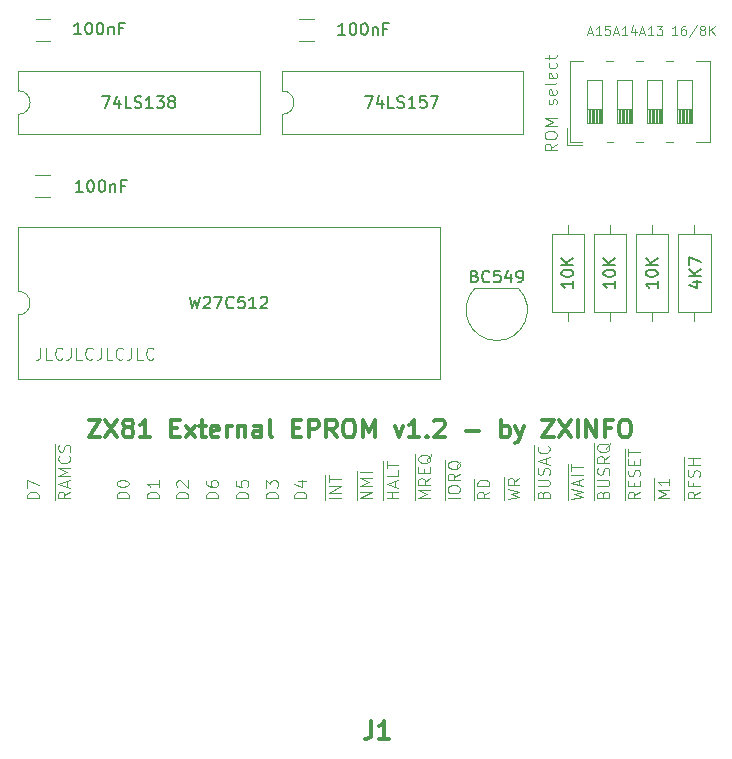
<source format=gbr>
%TF.GenerationSoftware,KiCad,Pcbnew,8.0.2*%
%TF.CreationDate,2024-05-18T23:24:33+02:00*%
%TF.ProjectId,zx81-external-eprom,7a783831-2d65-4787-9465-726e616c2d65,rev?*%
%TF.SameCoordinates,Original*%
%TF.FileFunction,Legend,Top*%
%TF.FilePolarity,Positive*%
%FSLAX46Y46*%
G04 Gerber Fmt 4.6, Leading zero omitted, Abs format (unit mm)*
G04 Created by KiCad (PCBNEW 8.0.2) date 2024-05-18 23:24:33*
%MOMM*%
%LPD*%
G01*
G04 APERTURE LIST*
%ADD10C,0.100000*%
%ADD11C,0.300000*%
%ADD12C,0.150000*%
%ADD13C,0.304800*%
%ADD14C,0.120000*%
G04 APERTURE END LIST*
D10*
X93885719Y-47004687D02*
X93409528Y-47338020D01*
X93885719Y-47576115D02*
X92885719Y-47576115D01*
X92885719Y-47576115D02*
X92885719Y-47195163D01*
X92885719Y-47195163D02*
X92933338Y-47099925D01*
X92933338Y-47099925D02*
X92980957Y-47052306D01*
X92980957Y-47052306D02*
X93076195Y-47004687D01*
X93076195Y-47004687D02*
X93219052Y-47004687D01*
X93219052Y-47004687D02*
X93314290Y-47052306D01*
X93314290Y-47052306D02*
X93361909Y-47099925D01*
X93361909Y-47099925D02*
X93409528Y-47195163D01*
X93409528Y-47195163D02*
X93409528Y-47576115D01*
X92885719Y-46385639D02*
X92885719Y-46195163D01*
X92885719Y-46195163D02*
X92933338Y-46099925D01*
X92933338Y-46099925D02*
X93028576Y-46004687D01*
X93028576Y-46004687D02*
X93219052Y-45957068D01*
X93219052Y-45957068D02*
X93552385Y-45957068D01*
X93552385Y-45957068D02*
X93742861Y-46004687D01*
X93742861Y-46004687D02*
X93838100Y-46099925D01*
X93838100Y-46099925D02*
X93885719Y-46195163D01*
X93885719Y-46195163D02*
X93885719Y-46385639D01*
X93885719Y-46385639D02*
X93838100Y-46480877D01*
X93838100Y-46480877D02*
X93742861Y-46576115D01*
X93742861Y-46576115D02*
X93552385Y-46623734D01*
X93552385Y-46623734D02*
X93219052Y-46623734D01*
X93219052Y-46623734D02*
X93028576Y-46576115D01*
X93028576Y-46576115D02*
X92933338Y-46480877D01*
X92933338Y-46480877D02*
X92885719Y-46385639D01*
X93885719Y-45528496D02*
X92885719Y-45528496D01*
X92885719Y-45528496D02*
X93600004Y-45195163D01*
X93600004Y-45195163D02*
X92885719Y-44861830D01*
X92885719Y-44861830D02*
X93885719Y-44861830D01*
X93838100Y-43671353D02*
X93885719Y-43576115D01*
X93885719Y-43576115D02*
X93885719Y-43385639D01*
X93885719Y-43385639D02*
X93838100Y-43290401D01*
X93838100Y-43290401D02*
X93742861Y-43242782D01*
X93742861Y-43242782D02*
X93695242Y-43242782D01*
X93695242Y-43242782D02*
X93600004Y-43290401D01*
X93600004Y-43290401D02*
X93552385Y-43385639D01*
X93552385Y-43385639D02*
X93552385Y-43528496D01*
X93552385Y-43528496D02*
X93504766Y-43623734D01*
X93504766Y-43623734D02*
X93409528Y-43671353D01*
X93409528Y-43671353D02*
X93361909Y-43671353D01*
X93361909Y-43671353D02*
X93266671Y-43623734D01*
X93266671Y-43623734D02*
X93219052Y-43528496D01*
X93219052Y-43528496D02*
X93219052Y-43385639D01*
X93219052Y-43385639D02*
X93266671Y-43290401D01*
X93838100Y-42433258D02*
X93885719Y-42528496D01*
X93885719Y-42528496D02*
X93885719Y-42718972D01*
X93885719Y-42718972D02*
X93838100Y-42814210D01*
X93838100Y-42814210D02*
X93742861Y-42861829D01*
X93742861Y-42861829D02*
X93361909Y-42861829D01*
X93361909Y-42861829D02*
X93266671Y-42814210D01*
X93266671Y-42814210D02*
X93219052Y-42718972D01*
X93219052Y-42718972D02*
X93219052Y-42528496D01*
X93219052Y-42528496D02*
X93266671Y-42433258D01*
X93266671Y-42433258D02*
X93361909Y-42385639D01*
X93361909Y-42385639D02*
X93457147Y-42385639D01*
X93457147Y-42385639D02*
X93552385Y-42861829D01*
X93885719Y-41814210D02*
X93838100Y-41909448D01*
X93838100Y-41909448D02*
X93742861Y-41957067D01*
X93742861Y-41957067D02*
X92885719Y-41957067D01*
X93838100Y-41052305D02*
X93885719Y-41147543D01*
X93885719Y-41147543D02*
X93885719Y-41338019D01*
X93885719Y-41338019D02*
X93838100Y-41433257D01*
X93838100Y-41433257D02*
X93742861Y-41480876D01*
X93742861Y-41480876D02*
X93361909Y-41480876D01*
X93361909Y-41480876D02*
X93266671Y-41433257D01*
X93266671Y-41433257D02*
X93219052Y-41338019D01*
X93219052Y-41338019D02*
X93219052Y-41147543D01*
X93219052Y-41147543D02*
X93266671Y-41052305D01*
X93266671Y-41052305D02*
X93361909Y-41004686D01*
X93361909Y-41004686D02*
X93457147Y-41004686D01*
X93457147Y-41004686D02*
X93552385Y-41480876D01*
X93838100Y-40147543D02*
X93885719Y-40242781D01*
X93885719Y-40242781D02*
X93885719Y-40433257D01*
X93885719Y-40433257D02*
X93838100Y-40528495D01*
X93838100Y-40528495D02*
X93790480Y-40576114D01*
X93790480Y-40576114D02*
X93695242Y-40623733D01*
X93695242Y-40623733D02*
X93409528Y-40623733D01*
X93409528Y-40623733D02*
X93314290Y-40576114D01*
X93314290Y-40576114D02*
X93266671Y-40528495D01*
X93266671Y-40528495D02*
X93219052Y-40433257D01*
X93219052Y-40433257D02*
X93219052Y-40242781D01*
X93219052Y-40242781D02*
X93266671Y-40147543D01*
X93219052Y-39861828D02*
X93219052Y-39480876D01*
X92885719Y-39718971D02*
X93742861Y-39718971D01*
X93742861Y-39718971D02*
X93838100Y-39671352D01*
X93838100Y-39671352D02*
X93885719Y-39576114D01*
X93885719Y-39576114D02*
X93885719Y-39480876D01*
D11*
X54261653Y-70370828D02*
X55261653Y-70370828D01*
X55261653Y-70370828D02*
X54261653Y-71870828D01*
X54261653Y-71870828D02*
X55261653Y-71870828D01*
X55690224Y-70370828D02*
X56690224Y-71870828D01*
X56690224Y-70370828D02*
X55690224Y-71870828D01*
X57475938Y-71013685D02*
X57333081Y-70942257D01*
X57333081Y-70942257D02*
X57261652Y-70870828D01*
X57261652Y-70870828D02*
X57190224Y-70727971D01*
X57190224Y-70727971D02*
X57190224Y-70656542D01*
X57190224Y-70656542D02*
X57261652Y-70513685D01*
X57261652Y-70513685D02*
X57333081Y-70442257D01*
X57333081Y-70442257D02*
X57475938Y-70370828D01*
X57475938Y-70370828D02*
X57761652Y-70370828D01*
X57761652Y-70370828D02*
X57904510Y-70442257D01*
X57904510Y-70442257D02*
X57975938Y-70513685D01*
X57975938Y-70513685D02*
X58047367Y-70656542D01*
X58047367Y-70656542D02*
X58047367Y-70727971D01*
X58047367Y-70727971D02*
X57975938Y-70870828D01*
X57975938Y-70870828D02*
X57904510Y-70942257D01*
X57904510Y-70942257D02*
X57761652Y-71013685D01*
X57761652Y-71013685D02*
X57475938Y-71013685D01*
X57475938Y-71013685D02*
X57333081Y-71085114D01*
X57333081Y-71085114D02*
X57261652Y-71156542D01*
X57261652Y-71156542D02*
X57190224Y-71299400D01*
X57190224Y-71299400D02*
X57190224Y-71585114D01*
X57190224Y-71585114D02*
X57261652Y-71727971D01*
X57261652Y-71727971D02*
X57333081Y-71799400D01*
X57333081Y-71799400D02*
X57475938Y-71870828D01*
X57475938Y-71870828D02*
X57761652Y-71870828D01*
X57761652Y-71870828D02*
X57904510Y-71799400D01*
X57904510Y-71799400D02*
X57975938Y-71727971D01*
X57975938Y-71727971D02*
X58047367Y-71585114D01*
X58047367Y-71585114D02*
X58047367Y-71299400D01*
X58047367Y-71299400D02*
X57975938Y-71156542D01*
X57975938Y-71156542D02*
X57904510Y-71085114D01*
X57904510Y-71085114D02*
X57761652Y-71013685D01*
X59475938Y-71870828D02*
X58618795Y-71870828D01*
X59047366Y-71870828D02*
X59047366Y-70370828D01*
X59047366Y-70370828D02*
X58904509Y-70585114D01*
X58904509Y-70585114D02*
X58761652Y-70727971D01*
X58761652Y-70727971D02*
X58618795Y-70799400D01*
X61261651Y-71085114D02*
X61761651Y-71085114D01*
X61975937Y-71870828D02*
X61261651Y-71870828D01*
X61261651Y-71870828D02*
X61261651Y-70370828D01*
X61261651Y-70370828D02*
X61975937Y-70370828D01*
X62475937Y-71870828D02*
X63261652Y-70870828D01*
X62475937Y-70870828D02*
X63261652Y-71870828D01*
X63618795Y-70870828D02*
X64190223Y-70870828D01*
X63833080Y-70370828D02*
X63833080Y-71656542D01*
X63833080Y-71656542D02*
X63904509Y-71799400D01*
X63904509Y-71799400D02*
X64047366Y-71870828D01*
X64047366Y-71870828D02*
X64190223Y-71870828D01*
X65261652Y-71799400D02*
X65118795Y-71870828D01*
X65118795Y-71870828D02*
X64833081Y-71870828D01*
X64833081Y-71870828D02*
X64690223Y-71799400D01*
X64690223Y-71799400D02*
X64618795Y-71656542D01*
X64618795Y-71656542D02*
X64618795Y-71085114D01*
X64618795Y-71085114D02*
X64690223Y-70942257D01*
X64690223Y-70942257D02*
X64833081Y-70870828D01*
X64833081Y-70870828D02*
X65118795Y-70870828D01*
X65118795Y-70870828D02*
X65261652Y-70942257D01*
X65261652Y-70942257D02*
X65333081Y-71085114D01*
X65333081Y-71085114D02*
X65333081Y-71227971D01*
X65333081Y-71227971D02*
X64618795Y-71370828D01*
X65975937Y-71870828D02*
X65975937Y-70870828D01*
X65975937Y-71156542D02*
X66047366Y-71013685D01*
X66047366Y-71013685D02*
X66118795Y-70942257D01*
X66118795Y-70942257D02*
X66261652Y-70870828D01*
X66261652Y-70870828D02*
X66404509Y-70870828D01*
X66904508Y-70870828D02*
X66904508Y-71870828D01*
X66904508Y-71013685D02*
X66975937Y-70942257D01*
X66975937Y-70942257D02*
X67118794Y-70870828D01*
X67118794Y-70870828D02*
X67333080Y-70870828D01*
X67333080Y-70870828D02*
X67475937Y-70942257D01*
X67475937Y-70942257D02*
X67547366Y-71085114D01*
X67547366Y-71085114D02*
X67547366Y-71870828D01*
X68904509Y-71870828D02*
X68904509Y-71085114D01*
X68904509Y-71085114D02*
X68833080Y-70942257D01*
X68833080Y-70942257D02*
X68690223Y-70870828D01*
X68690223Y-70870828D02*
X68404509Y-70870828D01*
X68404509Y-70870828D02*
X68261651Y-70942257D01*
X68904509Y-71799400D02*
X68761651Y-71870828D01*
X68761651Y-71870828D02*
X68404509Y-71870828D01*
X68404509Y-71870828D02*
X68261651Y-71799400D01*
X68261651Y-71799400D02*
X68190223Y-71656542D01*
X68190223Y-71656542D02*
X68190223Y-71513685D01*
X68190223Y-71513685D02*
X68261651Y-71370828D01*
X68261651Y-71370828D02*
X68404509Y-71299400D01*
X68404509Y-71299400D02*
X68761651Y-71299400D01*
X68761651Y-71299400D02*
X68904509Y-71227971D01*
X69833080Y-71870828D02*
X69690223Y-71799400D01*
X69690223Y-71799400D02*
X69618794Y-71656542D01*
X69618794Y-71656542D02*
X69618794Y-70370828D01*
X71547365Y-71085114D02*
X72047365Y-71085114D01*
X72261651Y-71870828D02*
X71547365Y-71870828D01*
X71547365Y-71870828D02*
X71547365Y-70370828D01*
X71547365Y-70370828D02*
X72261651Y-70370828D01*
X72904508Y-71870828D02*
X72904508Y-70370828D01*
X72904508Y-70370828D02*
X73475937Y-70370828D01*
X73475937Y-70370828D02*
X73618794Y-70442257D01*
X73618794Y-70442257D02*
X73690223Y-70513685D01*
X73690223Y-70513685D02*
X73761651Y-70656542D01*
X73761651Y-70656542D02*
X73761651Y-70870828D01*
X73761651Y-70870828D02*
X73690223Y-71013685D01*
X73690223Y-71013685D02*
X73618794Y-71085114D01*
X73618794Y-71085114D02*
X73475937Y-71156542D01*
X73475937Y-71156542D02*
X72904508Y-71156542D01*
X75261651Y-71870828D02*
X74761651Y-71156542D01*
X74404508Y-71870828D02*
X74404508Y-70370828D01*
X74404508Y-70370828D02*
X74975937Y-70370828D01*
X74975937Y-70370828D02*
X75118794Y-70442257D01*
X75118794Y-70442257D02*
X75190223Y-70513685D01*
X75190223Y-70513685D02*
X75261651Y-70656542D01*
X75261651Y-70656542D02*
X75261651Y-70870828D01*
X75261651Y-70870828D02*
X75190223Y-71013685D01*
X75190223Y-71013685D02*
X75118794Y-71085114D01*
X75118794Y-71085114D02*
X74975937Y-71156542D01*
X74975937Y-71156542D02*
X74404508Y-71156542D01*
X76190223Y-70370828D02*
X76475937Y-70370828D01*
X76475937Y-70370828D02*
X76618794Y-70442257D01*
X76618794Y-70442257D02*
X76761651Y-70585114D01*
X76761651Y-70585114D02*
X76833080Y-70870828D01*
X76833080Y-70870828D02*
X76833080Y-71370828D01*
X76833080Y-71370828D02*
X76761651Y-71656542D01*
X76761651Y-71656542D02*
X76618794Y-71799400D01*
X76618794Y-71799400D02*
X76475937Y-71870828D01*
X76475937Y-71870828D02*
X76190223Y-71870828D01*
X76190223Y-71870828D02*
X76047366Y-71799400D01*
X76047366Y-71799400D02*
X75904508Y-71656542D01*
X75904508Y-71656542D02*
X75833080Y-71370828D01*
X75833080Y-71370828D02*
X75833080Y-70870828D01*
X75833080Y-70870828D02*
X75904508Y-70585114D01*
X75904508Y-70585114D02*
X76047366Y-70442257D01*
X76047366Y-70442257D02*
X76190223Y-70370828D01*
X77475937Y-71870828D02*
X77475937Y-70370828D01*
X77475937Y-70370828D02*
X77975937Y-71442257D01*
X77975937Y-71442257D02*
X78475937Y-70370828D01*
X78475937Y-70370828D02*
X78475937Y-71870828D01*
X80190223Y-70870828D02*
X80547366Y-71870828D01*
X80547366Y-71870828D02*
X80904509Y-70870828D01*
X82261652Y-71870828D02*
X81404509Y-71870828D01*
X81833080Y-71870828D02*
X81833080Y-70370828D01*
X81833080Y-70370828D02*
X81690223Y-70585114D01*
X81690223Y-70585114D02*
X81547366Y-70727971D01*
X81547366Y-70727971D02*
X81404509Y-70799400D01*
X82904508Y-71727971D02*
X82975937Y-71799400D01*
X82975937Y-71799400D02*
X82904508Y-71870828D01*
X82904508Y-71870828D02*
X82833080Y-71799400D01*
X82833080Y-71799400D02*
X82904508Y-71727971D01*
X82904508Y-71727971D02*
X82904508Y-71870828D01*
X83547366Y-70513685D02*
X83618794Y-70442257D01*
X83618794Y-70442257D02*
X83761652Y-70370828D01*
X83761652Y-70370828D02*
X84118794Y-70370828D01*
X84118794Y-70370828D02*
X84261652Y-70442257D01*
X84261652Y-70442257D02*
X84333080Y-70513685D01*
X84333080Y-70513685D02*
X84404509Y-70656542D01*
X84404509Y-70656542D02*
X84404509Y-70799400D01*
X84404509Y-70799400D02*
X84333080Y-71013685D01*
X84333080Y-71013685D02*
X83475937Y-71870828D01*
X83475937Y-71870828D02*
X84404509Y-71870828D01*
X86190222Y-71299400D02*
X87333080Y-71299400D01*
X89190222Y-71870828D02*
X89190222Y-70370828D01*
X89190222Y-70942257D02*
X89333080Y-70870828D01*
X89333080Y-70870828D02*
X89618794Y-70870828D01*
X89618794Y-70870828D02*
X89761651Y-70942257D01*
X89761651Y-70942257D02*
X89833080Y-71013685D01*
X89833080Y-71013685D02*
X89904508Y-71156542D01*
X89904508Y-71156542D02*
X89904508Y-71585114D01*
X89904508Y-71585114D02*
X89833080Y-71727971D01*
X89833080Y-71727971D02*
X89761651Y-71799400D01*
X89761651Y-71799400D02*
X89618794Y-71870828D01*
X89618794Y-71870828D02*
X89333080Y-71870828D01*
X89333080Y-71870828D02*
X89190222Y-71799400D01*
X90404508Y-70870828D02*
X90761651Y-71870828D01*
X91118794Y-70870828D02*
X90761651Y-71870828D01*
X90761651Y-71870828D02*
X90618794Y-72227971D01*
X90618794Y-72227971D02*
X90547365Y-72299400D01*
X90547365Y-72299400D02*
X90404508Y-72370828D01*
X92690222Y-70370828D02*
X93690222Y-70370828D01*
X93690222Y-70370828D02*
X92690222Y-71870828D01*
X92690222Y-71870828D02*
X93690222Y-71870828D01*
X94118793Y-70370828D02*
X95118793Y-71870828D01*
X95118793Y-70370828D02*
X94118793Y-71870828D01*
X95690221Y-71870828D02*
X95690221Y-70370828D01*
X96404507Y-71870828D02*
X96404507Y-70370828D01*
X96404507Y-70370828D02*
X97261650Y-71870828D01*
X97261650Y-71870828D02*
X97261650Y-70370828D01*
X98475936Y-71085114D02*
X97975936Y-71085114D01*
X97975936Y-71870828D02*
X97975936Y-70370828D01*
X97975936Y-70370828D02*
X98690222Y-70370828D01*
X99547365Y-70370828D02*
X99833079Y-70370828D01*
X99833079Y-70370828D02*
X99975936Y-70442257D01*
X99975936Y-70442257D02*
X100118793Y-70585114D01*
X100118793Y-70585114D02*
X100190222Y-70870828D01*
X100190222Y-70870828D02*
X100190222Y-71370828D01*
X100190222Y-71370828D02*
X100118793Y-71656542D01*
X100118793Y-71656542D02*
X99975936Y-71799400D01*
X99975936Y-71799400D02*
X99833079Y-71870828D01*
X99833079Y-71870828D02*
X99547365Y-71870828D01*
X99547365Y-71870828D02*
X99404508Y-71799400D01*
X99404508Y-71799400D02*
X99261650Y-71656542D01*
X99261650Y-71656542D02*
X99190222Y-71370828D01*
X99190222Y-71370828D02*
X99190222Y-70870828D01*
X99190222Y-70870828D02*
X99261650Y-70585114D01*
X99261650Y-70585114D02*
X99404508Y-70442257D01*
X99404508Y-70442257D02*
X99547365Y-70370828D01*
D10*
X104105312Y-37816895D02*
X103648169Y-37816895D01*
X103876741Y-37816895D02*
X103876741Y-37016895D01*
X103876741Y-37016895D02*
X103800550Y-37131180D01*
X103800550Y-37131180D02*
X103724360Y-37207371D01*
X103724360Y-37207371D02*
X103648169Y-37245466D01*
X104791027Y-37016895D02*
X104638646Y-37016895D01*
X104638646Y-37016895D02*
X104562455Y-37054990D01*
X104562455Y-37054990D02*
X104524360Y-37093085D01*
X104524360Y-37093085D02*
X104448170Y-37207371D01*
X104448170Y-37207371D02*
X104410074Y-37359752D01*
X104410074Y-37359752D02*
X104410074Y-37664514D01*
X104410074Y-37664514D02*
X104448170Y-37740704D01*
X104448170Y-37740704D02*
X104486265Y-37778800D01*
X104486265Y-37778800D02*
X104562455Y-37816895D01*
X104562455Y-37816895D02*
X104714836Y-37816895D01*
X104714836Y-37816895D02*
X104791027Y-37778800D01*
X104791027Y-37778800D02*
X104829122Y-37740704D01*
X104829122Y-37740704D02*
X104867217Y-37664514D01*
X104867217Y-37664514D02*
X104867217Y-37474038D01*
X104867217Y-37474038D02*
X104829122Y-37397847D01*
X104829122Y-37397847D02*
X104791027Y-37359752D01*
X104791027Y-37359752D02*
X104714836Y-37321657D01*
X104714836Y-37321657D02*
X104562455Y-37321657D01*
X104562455Y-37321657D02*
X104486265Y-37359752D01*
X104486265Y-37359752D02*
X104448170Y-37397847D01*
X104448170Y-37397847D02*
X104410074Y-37474038D01*
X105781503Y-36978800D02*
X105095789Y-38007371D01*
X106162455Y-37359752D02*
X106086265Y-37321657D01*
X106086265Y-37321657D02*
X106048170Y-37283561D01*
X106048170Y-37283561D02*
X106010074Y-37207371D01*
X106010074Y-37207371D02*
X106010074Y-37169276D01*
X106010074Y-37169276D02*
X106048170Y-37093085D01*
X106048170Y-37093085D02*
X106086265Y-37054990D01*
X106086265Y-37054990D02*
X106162455Y-37016895D01*
X106162455Y-37016895D02*
X106314836Y-37016895D01*
X106314836Y-37016895D02*
X106391027Y-37054990D01*
X106391027Y-37054990D02*
X106429122Y-37093085D01*
X106429122Y-37093085D02*
X106467217Y-37169276D01*
X106467217Y-37169276D02*
X106467217Y-37207371D01*
X106467217Y-37207371D02*
X106429122Y-37283561D01*
X106429122Y-37283561D02*
X106391027Y-37321657D01*
X106391027Y-37321657D02*
X106314836Y-37359752D01*
X106314836Y-37359752D02*
X106162455Y-37359752D01*
X106162455Y-37359752D02*
X106086265Y-37397847D01*
X106086265Y-37397847D02*
X106048170Y-37435942D01*
X106048170Y-37435942D02*
X106010074Y-37512133D01*
X106010074Y-37512133D02*
X106010074Y-37664514D01*
X106010074Y-37664514D02*
X106048170Y-37740704D01*
X106048170Y-37740704D02*
X106086265Y-37778800D01*
X106086265Y-37778800D02*
X106162455Y-37816895D01*
X106162455Y-37816895D02*
X106314836Y-37816895D01*
X106314836Y-37816895D02*
X106391027Y-37778800D01*
X106391027Y-37778800D02*
X106429122Y-37740704D01*
X106429122Y-37740704D02*
X106467217Y-37664514D01*
X106467217Y-37664514D02*
X106467217Y-37512133D01*
X106467217Y-37512133D02*
X106429122Y-37435942D01*
X106429122Y-37435942D02*
X106391027Y-37397847D01*
X106391027Y-37397847D02*
X106314836Y-37359752D01*
X106810075Y-37816895D02*
X106810075Y-37016895D01*
X107267218Y-37816895D02*
X106924360Y-37359752D01*
X107267218Y-37016895D02*
X106810075Y-37474038D01*
X96531469Y-37598323D02*
X96912422Y-37598323D01*
X96455279Y-37826895D02*
X96721946Y-37026895D01*
X96721946Y-37026895D02*
X96988612Y-37826895D01*
X97674326Y-37826895D02*
X97217183Y-37826895D01*
X97445755Y-37826895D02*
X97445755Y-37026895D01*
X97445755Y-37026895D02*
X97369564Y-37141180D01*
X97369564Y-37141180D02*
X97293374Y-37217371D01*
X97293374Y-37217371D02*
X97217183Y-37255466D01*
X98398136Y-37026895D02*
X98017184Y-37026895D01*
X98017184Y-37026895D02*
X97979088Y-37407847D01*
X97979088Y-37407847D02*
X98017184Y-37369752D01*
X98017184Y-37369752D02*
X98093374Y-37331657D01*
X98093374Y-37331657D02*
X98283850Y-37331657D01*
X98283850Y-37331657D02*
X98360041Y-37369752D01*
X98360041Y-37369752D02*
X98398136Y-37407847D01*
X98398136Y-37407847D02*
X98436231Y-37484038D01*
X98436231Y-37484038D02*
X98436231Y-37674514D01*
X98436231Y-37674514D02*
X98398136Y-37750704D01*
X98398136Y-37750704D02*
X98360041Y-37788800D01*
X98360041Y-37788800D02*
X98283850Y-37826895D01*
X98283850Y-37826895D02*
X98093374Y-37826895D01*
X98093374Y-37826895D02*
X98017184Y-37788800D01*
X98017184Y-37788800D02*
X97979088Y-37750704D01*
X98740993Y-37598323D02*
X99121946Y-37598323D01*
X98664803Y-37826895D02*
X98931470Y-37026895D01*
X98931470Y-37026895D02*
X99198136Y-37826895D01*
X99883850Y-37826895D02*
X99426707Y-37826895D01*
X99655279Y-37826895D02*
X99655279Y-37026895D01*
X99655279Y-37026895D02*
X99579088Y-37141180D01*
X99579088Y-37141180D02*
X99502898Y-37217371D01*
X99502898Y-37217371D02*
X99426707Y-37255466D01*
X100569565Y-37293561D02*
X100569565Y-37826895D01*
X100379089Y-36988800D02*
X100188612Y-37560228D01*
X100188612Y-37560228D02*
X100683851Y-37560228D01*
X100950517Y-37598323D02*
X101331470Y-37598323D01*
X100874327Y-37826895D02*
X101140994Y-37026895D01*
X101140994Y-37026895D02*
X101407660Y-37826895D01*
X102093374Y-37826895D02*
X101636231Y-37826895D01*
X101864803Y-37826895D02*
X101864803Y-37026895D01*
X101864803Y-37026895D02*
X101788612Y-37141180D01*
X101788612Y-37141180D02*
X101712422Y-37217371D01*
X101712422Y-37217371D02*
X101636231Y-37255466D01*
X102360041Y-37026895D02*
X102855279Y-37026895D01*
X102855279Y-37026895D02*
X102588613Y-37331657D01*
X102588613Y-37331657D02*
X102702898Y-37331657D01*
X102702898Y-37331657D02*
X102779089Y-37369752D01*
X102779089Y-37369752D02*
X102817184Y-37407847D01*
X102817184Y-37407847D02*
X102855279Y-37484038D01*
X102855279Y-37484038D02*
X102855279Y-37674514D01*
X102855279Y-37674514D02*
X102817184Y-37750704D01*
X102817184Y-37750704D02*
X102779089Y-37788800D01*
X102779089Y-37788800D02*
X102702898Y-37826895D01*
X102702898Y-37826895D02*
X102474327Y-37826895D01*
X102474327Y-37826895D02*
X102398136Y-37788800D01*
X102398136Y-37788800D02*
X102360041Y-37750704D01*
X50182898Y-64282419D02*
X50182898Y-64996704D01*
X50182898Y-64996704D02*
X50135279Y-65139561D01*
X50135279Y-65139561D02*
X50040041Y-65234800D01*
X50040041Y-65234800D02*
X49897184Y-65282419D01*
X49897184Y-65282419D02*
X49801946Y-65282419D01*
X51135279Y-65282419D02*
X50659089Y-65282419D01*
X50659089Y-65282419D02*
X50659089Y-64282419D01*
X52040041Y-65187180D02*
X51992422Y-65234800D01*
X51992422Y-65234800D02*
X51849565Y-65282419D01*
X51849565Y-65282419D02*
X51754327Y-65282419D01*
X51754327Y-65282419D02*
X51611470Y-65234800D01*
X51611470Y-65234800D02*
X51516232Y-65139561D01*
X51516232Y-65139561D02*
X51468613Y-65044323D01*
X51468613Y-65044323D02*
X51420994Y-64853847D01*
X51420994Y-64853847D02*
X51420994Y-64710990D01*
X51420994Y-64710990D02*
X51468613Y-64520514D01*
X51468613Y-64520514D02*
X51516232Y-64425276D01*
X51516232Y-64425276D02*
X51611470Y-64330038D01*
X51611470Y-64330038D02*
X51754327Y-64282419D01*
X51754327Y-64282419D02*
X51849565Y-64282419D01*
X51849565Y-64282419D02*
X51992422Y-64330038D01*
X51992422Y-64330038D02*
X52040041Y-64377657D01*
X52754327Y-64282419D02*
X52754327Y-64996704D01*
X52754327Y-64996704D02*
X52706708Y-65139561D01*
X52706708Y-65139561D02*
X52611470Y-65234800D01*
X52611470Y-65234800D02*
X52468613Y-65282419D01*
X52468613Y-65282419D02*
X52373375Y-65282419D01*
X53706708Y-65282419D02*
X53230518Y-65282419D01*
X53230518Y-65282419D02*
X53230518Y-64282419D01*
X54611470Y-65187180D02*
X54563851Y-65234800D01*
X54563851Y-65234800D02*
X54420994Y-65282419D01*
X54420994Y-65282419D02*
X54325756Y-65282419D01*
X54325756Y-65282419D02*
X54182899Y-65234800D01*
X54182899Y-65234800D02*
X54087661Y-65139561D01*
X54087661Y-65139561D02*
X54040042Y-65044323D01*
X54040042Y-65044323D02*
X53992423Y-64853847D01*
X53992423Y-64853847D02*
X53992423Y-64710990D01*
X53992423Y-64710990D02*
X54040042Y-64520514D01*
X54040042Y-64520514D02*
X54087661Y-64425276D01*
X54087661Y-64425276D02*
X54182899Y-64330038D01*
X54182899Y-64330038D02*
X54325756Y-64282419D01*
X54325756Y-64282419D02*
X54420994Y-64282419D01*
X54420994Y-64282419D02*
X54563851Y-64330038D01*
X54563851Y-64330038D02*
X54611470Y-64377657D01*
X55325756Y-64282419D02*
X55325756Y-64996704D01*
X55325756Y-64996704D02*
X55278137Y-65139561D01*
X55278137Y-65139561D02*
X55182899Y-65234800D01*
X55182899Y-65234800D02*
X55040042Y-65282419D01*
X55040042Y-65282419D02*
X54944804Y-65282419D01*
X56278137Y-65282419D02*
X55801947Y-65282419D01*
X55801947Y-65282419D02*
X55801947Y-64282419D01*
X57182899Y-65187180D02*
X57135280Y-65234800D01*
X57135280Y-65234800D02*
X56992423Y-65282419D01*
X56992423Y-65282419D02*
X56897185Y-65282419D01*
X56897185Y-65282419D02*
X56754328Y-65234800D01*
X56754328Y-65234800D02*
X56659090Y-65139561D01*
X56659090Y-65139561D02*
X56611471Y-65044323D01*
X56611471Y-65044323D02*
X56563852Y-64853847D01*
X56563852Y-64853847D02*
X56563852Y-64710990D01*
X56563852Y-64710990D02*
X56611471Y-64520514D01*
X56611471Y-64520514D02*
X56659090Y-64425276D01*
X56659090Y-64425276D02*
X56754328Y-64330038D01*
X56754328Y-64330038D02*
X56897185Y-64282419D01*
X56897185Y-64282419D02*
X56992423Y-64282419D01*
X56992423Y-64282419D02*
X57135280Y-64330038D01*
X57135280Y-64330038D02*
X57182899Y-64377657D01*
X57897185Y-64282419D02*
X57897185Y-64996704D01*
X57897185Y-64996704D02*
X57849566Y-65139561D01*
X57849566Y-65139561D02*
X57754328Y-65234800D01*
X57754328Y-65234800D02*
X57611471Y-65282419D01*
X57611471Y-65282419D02*
X57516233Y-65282419D01*
X58849566Y-65282419D02*
X58373376Y-65282419D01*
X58373376Y-65282419D02*
X58373376Y-64282419D01*
X59754328Y-65187180D02*
X59706709Y-65234800D01*
X59706709Y-65234800D02*
X59563852Y-65282419D01*
X59563852Y-65282419D02*
X59468614Y-65282419D01*
X59468614Y-65282419D02*
X59325757Y-65234800D01*
X59325757Y-65234800D02*
X59230519Y-65139561D01*
X59230519Y-65139561D02*
X59182900Y-65044323D01*
X59182900Y-65044323D02*
X59135281Y-64853847D01*
X59135281Y-64853847D02*
X59135281Y-64710990D01*
X59135281Y-64710990D02*
X59182900Y-64520514D01*
X59182900Y-64520514D02*
X59230519Y-64425276D01*
X59230519Y-64425276D02*
X59325757Y-64330038D01*
X59325757Y-64330038D02*
X59468614Y-64282419D01*
X59468614Y-64282419D02*
X59563852Y-64282419D01*
X59563852Y-64282419D02*
X59706709Y-64330038D01*
X59706709Y-64330038D02*
X59754328Y-64377657D01*
D12*
X102434819Y-58640476D02*
X102434819Y-59211904D01*
X102434819Y-58926190D02*
X101434819Y-58926190D01*
X101434819Y-58926190D02*
X101577676Y-59021428D01*
X101577676Y-59021428D02*
X101672914Y-59116666D01*
X101672914Y-59116666D02*
X101720533Y-59211904D01*
X101434819Y-58021428D02*
X101434819Y-57926190D01*
X101434819Y-57926190D02*
X101482438Y-57830952D01*
X101482438Y-57830952D02*
X101530057Y-57783333D01*
X101530057Y-57783333D02*
X101625295Y-57735714D01*
X101625295Y-57735714D02*
X101815771Y-57688095D01*
X101815771Y-57688095D02*
X102053866Y-57688095D01*
X102053866Y-57688095D02*
X102244342Y-57735714D01*
X102244342Y-57735714D02*
X102339580Y-57783333D01*
X102339580Y-57783333D02*
X102387200Y-57830952D01*
X102387200Y-57830952D02*
X102434819Y-57926190D01*
X102434819Y-57926190D02*
X102434819Y-58021428D01*
X102434819Y-58021428D02*
X102387200Y-58116666D01*
X102387200Y-58116666D02*
X102339580Y-58164285D01*
X102339580Y-58164285D02*
X102244342Y-58211904D01*
X102244342Y-58211904D02*
X102053866Y-58259523D01*
X102053866Y-58259523D02*
X101815771Y-58259523D01*
X101815771Y-58259523D02*
X101625295Y-58211904D01*
X101625295Y-58211904D02*
X101530057Y-58164285D01*
X101530057Y-58164285D02*
X101482438Y-58116666D01*
X101482438Y-58116666D02*
X101434819Y-58021428D01*
X102434819Y-57259523D02*
X101434819Y-57259523D01*
X102434819Y-56688095D02*
X101863390Y-57116666D01*
X101434819Y-56688095D02*
X102006247Y-57259523D01*
X75985680Y-37794819D02*
X75414252Y-37794819D01*
X75699966Y-37794819D02*
X75699966Y-36794819D01*
X75699966Y-36794819D02*
X75604728Y-36937676D01*
X75604728Y-36937676D02*
X75509490Y-37032914D01*
X75509490Y-37032914D02*
X75414252Y-37080533D01*
X76604728Y-36794819D02*
X76699966Y-36794819D01*
X76699966Y-36794819D02*
X76795204Y-36842438D01*
X76795204Y-36842438D02*
X76842823Y-36890057D01*
X76842823Y-36890057D02*
X76890442Y-36985295D01*
X76890442Y-36985295D02*
X76938061Y-37175771D01*
X76938061Y-37175771D02*
X76938061Y-37413866D01*
X76938061Y-37413866D02*
X76890442Y-37604342D01*
X76890442Y-37604342D02*
X76842823Y-37699580D01*
X76842823Y-37699580D02*
X76795204Y-37747200D01*
X76795204Y-37747200D02*
X76699966Y-37794819D01*
X76699966Y-37794819D02*
X76604728Y-37794819D01*
X76604728Y-37794819D02*
X76509490Y-37747200D01*
X76509490Y-37747200D02*
X76461871Y-37699580D01*
X76461871Y-37699580D02*
X76414252Y-37604342D01*
X76414252Y-37604342D02*
X76366633Y-37413866D01*
X76366633Y-37413866D02*
X76366633Y-37175771D01*
X76366633Y-37175771D02*
X76414252Y-36985295D01*
X76414252Y-36985295D02*
X76461871Y-36890057D01*
X76461871Y-36890057D02*
X76509490Y-36842438D01*
X76509490Y-36842438D02*
X76604728Y-36794819D01*
X77557109Y-36794819D02*
X77652347Y-36794819D01*
X77652347Y-36794819D02*
X77747585Y-36842438D01*
X77747585Y-36842438D02*
X77795204Y-36890057D01*
X77795204Y-36890057D02*
X77842823Y-36985295D01*
X77842823Y-36985295D02*
X77890442Y-37175771D01*
X77890442Y-37175771D02*
X77890442Y-37413866D01*
X77890442Y-37413866D02*
X77842823Y-37604342D01*
X77842823Y-37604342D02*
X77795204Y-37699580D01*
X77795204Y-37699580D02*
X77747585Y-37747200D01*
X77747585Y-37747200D02*
X77652347Y-37794819D01*
X77652347Y-37794819D02*
X77557109Y-37794819D01*
X77557109Y-37794819D02*
X77461871Y-37747200D01*
X77461871Y-37747200D02*
X77414252Y-37699580D01*
X77414252Y-37699580D02*
X77366633Y-37604342D01*
X77366633Y-37604342D02*
X77319014Y-37413866D01*
X77319014Y-37413866D02*
X77319014Y-37175771D01*
X77319014Y-37175771D02*
X77366633Y-36985295D01*
X77366633Y-36985295D02*
X77414252Y-36890057D01*
X77414252Y-36890057D02*
X77461871Y-36842438D01*
X77461871Y-36842438D02*
X77557109Y-36794819D01*
X78319014Y-37128152D02*
X78319014Y-37794819D01*
X78319014Y-37223390D02*
X78366633Y-37175771D01*
X78366633Y-37175771D02*
X78461871Y-37128152D01*
X78461871Y-37128152D02*
X78604728Y-37128152D01*
X78604728Y-37128152D02*
X78699966Y-37175771D01*
X78699966Y-37175771D02*
X78747585Y-37271009D01*
X78747585Y-37271009D02*
X78747585Y-37794819D01*
X79557109Y-37271009D02*
X79223776Y-37271009D01*
X79223776Y-37794819D02*
X79223776Y-36794819D01*
X79223776Y-36794819D02*
X79699966Y-36794819D01*
D13*
X78216599Y-95895181D02*
X78216599Y-96983752D01*
X78216599Y-96983752D02*
X78144028Y-97201467D01*
X78144028Y-97201467D02*
X77998885Y-97346610D01*
X77998885Y-97346610D02*
X77781171Y-97419181D01*
X77781171Y-97419181D02*
X77636028Y-97419181D01*
X79740599Y-97419181D02*
X78869742Y-97419181D01*
X79305171Y-97419181D02*
X79305171Y-95895181D01*
X79305171Y-95895181D02*
X79160028Y-96112895D01*
X79160028Y-96112895D02*
X79014885Y-96258038D01*
X79014885Y-96258038D02*
X78869742Y-96330610D01*
D10*
X92766483Y-76692782D02*
X92814102Y-76549925D01*
X92814102Y-76549925D02*
X92861721Y-76502306D01*
X92861721Y-76502306D02*
X92956959Y-76454687D01*
X92956959Y-76454687D02*
X93099816Y-76454687D01*
X93099816Y-76454687D02*
X93195054Y-76502306D01*
X93195054Y-76502306D02*
X93242674Y-76549925D01*
X93242674Y-76549925D02*
X93290293Y-76645163D01*
X93290293Y-76645163D02*
X93290293Y-77026115D01*
X93290293Y-77026115D02*
X92290293Y-77026115D01*
X92290293Y-77026115D02*
X92290293Y-76692782D01*
X92290293Y-76692782D02*
X92337912Y-76597544D01*
X92337912Y-76597544D02*
X92385531Y-76549925D01*
X92385531Y-76549925D02*
X92480769Y-76502306D01*
X92480769Y-76502306D02*
X92576007Y-76502306D01*
X92576007Y-76502306D02*
X92671245Y-76549925D01*
X92671245Y-76549925D02*
X92718864Y-76597544D01*
X92718864Y-76597544D02*
X92766483Y-76692782D01*
X92766483Y-76692782D02*
X92766483Y-77026115D01*
X92290293Y-76026115D02*
X93099816Y-76026115D01*
X93099816Y-76026115D02*
X93195054Y-75978496D01*
X93195054Y-75978496D02*
X93242674Y-75930877D01*
X93242674Y-75930877D02*
X93290293Y-75835639D01*
X93290293Y-75835639D02*
X93290293Y-75645163D01*
X93290293Y-75645163D02*
X93242674Y-75549925D01*
X93242674Y-75549925D02*
X93195054Y-75502306D01*
X93195054Y-75502306D02*
X93099816Y-75454687D01*
X93099816Y-75454687D02*
X92290293Y-75454687D01*
X93242674Y-75026115D02*
X93290293Y-74883258D01*
X93290293Y-74883258D02*
X93290293Y-74645163D01*
X93290293Y-74645163D02*
X93242674Y-74549925D01*
X93242674Y-74549925D02*
X93195054Y-74502306D01*
X93195054Y-74502306D02*
X93099816Y-74454687D01*
X93099816Y-74454687D02*
X93004578Y-74454687D01*
X93004578Y-74454687D02*
X92909340Y-74502306D01*
X92909340Y-74502306D02*
X92861721Y-74549925D01*
X92861721Y-74549925D02*
X92814102Y-74645163D01*
X92814102Y-74645163D02*
X92766483Y-74835639D01*
X92766483Y-74835639D02*
X92718864Y-74930877D01*
X92718864Y-74930877D02*
X92671245Y-74978496D01*
X92671245Y-74978496D02*
X92576007Y-75026115D01*
X92576007Y-75026115D02*
X92480769Y-75026115D01*
X92480769Y-75026115D02*
X92385531Y-74978496D01*
X92385531Y-74978496D02*
X92337912Y-74930877D01*
X92337912Y-74930877D02*
X92290293Y-74835639D01*
X92290293Y-74835639D02*
X92290293Y-74597544D01*
X92290293Y-74597544D02*
X92337912Y-74454687D01*
X93004578Y-74073734D02*
X93004578Y-73597544D01*
X93290293Y-74168972D02*
X92290293Y-73835639D01*
X92290293Y-73835639D02*
X93290293Y-73502306D01*
X93195054Y-72597544D02*
X93242674Y-72645163D01*
X93242674Y-72645163D02*
X93290293Y-72788020D01*
X93290293Y-72788020D02*
X93290293Y-72883258D01*
X93290293Y-72883258D02*
X93242674Y-73026115D01*
X93242674Y-73026115D02*
X93147435Y-73121353D01*
X93147435Y-73121353D02*
X93052197Y-73168972D01*
X93052197Y-73168972D02*
X92861721Y-73216591D01*
X92861721Y-73216591D02*
X92718864Y-73216591D01*
X92718864Y-73216591D02*
X92528388Y-73168972D01*
X92528388Y-73168972D02*
X92433150Y-73121353D01*
X92433150Y-73121353D02*
X92337912Y-73026115D01*
X92337912Y-73026115D02*
X92290293Y-72883258D01*
X92290293Y-72883258D02*
X92290293Y-72788020D01*
X92290293Y-72788020D02*
X92337912Y-72645163D01*
X92337912Y-72645163D02*
X92385531Y-72597544D01*
X92012674Y-77164211D02*
X92012674Y-72507068D01*
X95102019Y-77121353D02*
X96102019Y-76883258D01*
X96102019Y-76883258D02*
X95387733Y-76692782D01*
X95387733Y-76692782D02*
X96102019Y-76502306D01*
X96102019Y-76502306D02*
X95102019Y-76264211D01*
X95816304Y-75930877D02*
X95816304Y-75454687D01*
X96102019Y-76026115D02*
X95102019Y-75692782D01*
X95102019Y-75692782D02*
X96102019Y-75359449D01*
X96102019Y-75026115D02*
X95102019Y-75026115D01*
X95102019Y-74692782D02*
X95102019Y-74121354D01*
X96102019Y-74407068D02*
X95102019Y-74407068D01*
X94824400Y-77164211D02*
X94824400Y-74126116D01*
X50047401Y-77026115D02*
X49047401Y-77026115D01*
X49047401Y-77026115D02*
X49047401Y-76788020D01*
X49047401Y-76788020D02*
X49095020Y-76645163D01*
X49095020Y-76645163D02*
X49190258Y-76549925D01*
X49190258Y-76549925D02*
X49285496Y-76502306D01*
X49285496Y-76502306D02*
X49475972Y-76454687D01*
X49475972Y-76454687D02*
X49618829Y-76454687D01*
X49618829Y-76454687D02*
X49809305Y-76502306D01*
X49809305Y-76502306D02*
X49904543Y-76549925D01*
X49904543Y-76549925D02*
X49999782Y-76645163D01*
X49999782Y-76645163D02*
X50047401Y-76788020D01*
X50047401Y-76788020D02*
X50047401Y-77026115D01*
X49047401Y-76121353D02*
X49047401Y-75454687D01*
X49047401Y-75454687D02*
X50047401Y-75883258D01*
X57647401Y-77026115D02*
X56647401Y-77026115D01*
X56647401Y-77026115D02*
X56647401Y-76788020D01*
X56647401Y-76788020D02*
X56695020Y-76645163D01*
X56695020Y-76645163D02*
X56790258Y-76549925D01*
X56790258Y-76549925D02*
X56885496Y-76502306D01*
X56885496Y-76502306D02*
X57075972Y-76454687D01*
X57075972Y-76454687D02*
X57218829Y-76454687D01*
X57218829Y-76454687D02*
X57409305Y-76502306D01*
X57409305Y-76502306D02*
X57504543Y-76549925D01*
X57504543Y-76549925D02*
X57599782Y-76645163D01*
X57599782Y-76645163D02*
X57647401Y-76788020D01*
X57647401Y-76788020D02*
X57647401Y-77026115D01*
X56647401Y-75835639D02*
X56647401Y-75740401D01*
X56647401Y-75740401D02*
X56695020Y-75645163D01*
X56695020Y-75645163D02*
X56742639Y-75597544D01*
X56742639Y-75597544D02*
X56837877Y-75549925D01*
X56837877Y-75549925D02*
X57028353Y-75502306D01*
X57028353Y-75502306D02*
X57266448Y-75502306D01*
X57266448Y-75502306D02*
X57456924Y-75549925D01*
X57456924Y-75549925D02*
X57552162Y-75597544D01*
X57552162Y-75597544D02*
X57599782Y-75645163D01*
X57599782Y-75645163D02*
X57647401Y-75740401D01*
X57647401Y-75740401D02*
X57647401Y-75835639D01*
X57647401Y-75835639D02*
X57599782Y-75930877D01*
X57599782Y-75930877D02*
X57552162Y-75978496D01*
X57552162Y-75978496D02*
X57456924Y-76026115D01*
X57456924Y-76026115D02*
X57266448Y-76073734D01*
X57266448Y-76073734D02*
X57028353Y-76073734D01*
X57028353Y-76073734D02*
X56837877Y-76026115D01*
X56837877Y-76026115D02*
X56742639Y-75978496D01*
X56742639Y-75978496D02*
X56695020Y-75930877D01*
X56695020Y-75930877D02*
X56647401Y-75835639D01*
X65217771Y-77026115D02*
X64217771Y-77026115D01*
X64217771Y-77026115D02*
X64217771Y-76788020D01*
X64217771Y-76788020D02*
X64265390Y-76645163D01*
X64265390Y-76645163D02*
X64360628Y-76549925D01*
X64360628Y-76549925D02*
X64455866Y-76502306D01*
X64455866Y-76502306D02*
X64646342Y-76454687D01*
X64646342Y-76454687D02*
X64789199Y-76454687D01*
X64789199Y-76454687D02*
X64979675Y-76502306D01*
X64979675Y-76502306D02*
X65074913Y-76549925D01*
X65074913Y-76549925D02*
X65170152Y-76645163D01*
X65170152Y-76645163D02*
X65217771Y-76788020D01*
X65217771Y-76788020D02*
X65217771Y-77026115D01*
X64217771Y-75597544D02*
X64217771Y-75788020D01*
X64217771Y-75788020D02*
X64265390Y-75883258D01*
X64265390Y-75883258D02*
X64313009Y-75930877D01*
X64313009Y-75930877D02*
X64455866Y-76026115D01*
X64455866Y-76026115D02*
X64646342Y-76073734D01*
X64646342Y-76073734D02*
X65027294Y-76073734D01*
X65027294Y-76073734D02*
X65122532Y-76026115D01*
X65122532Y-76026115D02*
X65170152Y-75978496D01*
X65170152Y-75978496D02*
X65217771Y-75883258D01*
X65217771Y-75883258D02*
X65217771Y-75692782D01*
X65217771Y-75692782D02*
X65170152Y-75597544D01*
X65170152Y-75597544D02*
X65122532Y-75549925D01*
X65122532Y-75549925D02*
X65027294Y-75502306D01*
X65027294Y-75502306D02*
X64789199Y-75502306D01*
X64789199Y-75502306D02*
X64693961Y-75549925D01*
X64693961Y-75549925D02*
X64646342Y-75597544D01*
X64646342Y-75597544D02*
X64598723Y-75692782D01*
X64598723Y-75692782D02*
X64598723Y-75883258D01*
X64598723Y-75883258D02*
X64646342Y-75978496D01*
X64646342Y-75978496D02*
X64693961Y-76026115D01*
X64693961Y-76026115D02*
X64789199Y-76073734D01*
X70281351Y-77026115D02*
X69281351Y-77026115D01*
X69281351Y-77026115D02*
X69281351Y-76788020D01*
X69281351Y-76788020D02*
X69328970Y-76645163D01*
X69328970Y-76645163D02*
X69424208Y-76549925D01*
X69424208Y-76549925D02*
X69519446Y-76502306D01*
X69519446Y-76502306D02*
X69709922Y-76454687D01*
X69709922Y-76454687D02*
X69852779Y-76454687D01*
X69852779Y-76454687D02*
X70043255Y-76502306D01*
X70043255Y-76502306D02*
X70138493Y-76549925D01*
X70138493Y-76549925D02*
X70233732Y-76645163D01*
X70233732Y-76645163D02*
X70281351Y-76788020D01*
X70281351Y-76788020D02*
X70281351Y-77026115D01*
X69281351Y-76121353D02*
X69281351Y-75502306D01*
X69281351Y-75502306D02*
X69662303Y-75835639D01*
X69662303Y-75835639D02*
X69662303Y-75692782D01*
X69662303Y-75692782D02*
X69709922Y-75597544D01*
X69709922Y-75597544D02*
X69757541Y-75549925D01*
X69757541Y-75549925D02*
X69852779Y-75502306D01*
X69852779Y-75502306D02*
X70090874Y-75502306D01*
X70090874Y-75502306D02*
X70186112Y-75549925D01*
X70186112Y-75549925D02*
X70233732Y-75597544D01*
X70233732Y-75597544D02*
X70281351Y-75692782D01*
X70281351Y-75692782D02*
X70281351Y-75978496D01*
X70281351Y-75978496D02*
X70233732Y-76073734D01*
X70233732Y-76073734D02*
X70186112Y-76121353D01*
X103440293Y-77026115D02*
X102440293Y-77026115D01*
X102440293Y-77026115D02*
X103154578Y-76692782D01*
X103154578Y-76692782D02*
X102440293Y-76359449D01*
X102440293Y-76359449D02*
X103440293Y-76359449D01*
X103440293Y-75359449D02*
X103440293Y-75930877D01*
X103440293Y-75645163D02*
X102440293Y-75645163D01*
X102440293Y-75645163D02*
X102583150Y-75740401D01*
X102583150Y-75740401D02*
X102678388Y-75835639D01*
X102678388Y-75835639D02*
X102726007Y-75930877D01*
X102162674Y-77164211D02*
X102162674Y-75268973D01*
X52702019Y-76454687D02*
X52225828Y-76788020D01*
X52702019Y-77026115D02*
X51702019Y-77026115D01*
X51702019Y-77026115D02*
X51702019Y-76645163D01*
X51702019Y-76645163D02*
X51749638Y-76549925D01*
X51749638Y-76549925D02*
X51797257Y-76502306D01*
X51797257Y-76502306D02*
X51892495Y-76454687D01*
X51892495Y-76454687D02*
X52035352Y-76454687D01*
X52035352Y-76454687D02*
X52130590Y-76502306D01*
X52130590Y-76502306D02*
X52178209Y-76549925D01*
X52178209Y-76549925D02*
X52225828Y-76645163D01*
X52225828Y-76645163D02*
X52225828Y-77026115D01*
X52416304Y-76073734D02*
X52416304Y-75597544D01*
X52702019Y-76168972D02*
X51702019Y-75835639D01*
X51702019Y-75835639D02*
X52702019Y-75502306D01*
X52702019Y-75168972D02*
X51702019Y-75168972D01*
X51702019Y-75168972D02*
X52416304Y-74835639D01*
X52416304Y-74835639D02*
X51702019Y-74502306D01*
X51702019Y-74502306D02*
X52702019Y-74502306D01*
X52606780Y-73454687D02*
X52654400Y-73502306D01*
X52654400Y-73502306D02*
X52702019Y-73645163D01*
X52702019Y-73645163D02*
X52702019Y-73740401D01*
X52702019Y-73740401D02*
X52654400Y-73883258D01*
X52654400Y-73883258D02*
X52559161Y-73978496D01*
X52559161Y-73978496D02*
X52463923Y-74026115D01*
X52463923Y-74026115D02*
X52273447Y-74073734D01*
X52273447Y-74073734D02*
X52130590Y-74073734D01*
X52130590Y-74073734D02*
X51940114Y-74026115D01*
X51940114Y-74026115D02*
X51844876Y-73978496D01*
X51844876Y-73978496D02*
X51749638Y-73883258D01*
X51749638Y-73883258D02*
X51702019Y-73740401D01*
X51702019Y-73740401D02*
X51702019Y-73645163D01*
X51702019Y-73645163D02*
X51749638Y-73502306D01*
X51749638Y-73502306D02*
X51797257Y-73454687D01*
X52654400Y-73073734D02*
X52702019Y-72930877D01*
X52702019Y-72930877D02*
X52702019Y-72692782D01*
X52702019Y-72692782D02*
X52654400Y-72597544D01*
X52654400Y-72597544D02*
X52606780Y-72549925D01*
X52606780Y-72549925D02*
X52511542Y-72502306D01*
X52511542Y-72502306D02*
X52416304Y-72502306D01*
X52416304Y-72502306D02*
X52321066Y-72549925D01*
X52321066Y-72549925D02*
X52273447Y-72597544D01*
X52273447Y-72597544D02*
X52225828Y-72692782D01*
X52225828Y-72692782D02*
X52178209Y-72883258D01*
X52178209Y-72883258D02*
X52130590Y-72978496D01*
X52130590Y-72978496D02*
X52082971Y-73026115D01*
X52082971Y-73026115D02*
X51987733Y-73073734D01*
X51987733Y-73073734D02*
X51892495Y-73073734D01*
X51892495Y-73073734D02*
X51797257Y-73026115D01*
X51797257Y-73026115D02*
X51749638Y-72978496D01*
X51749638Y-72978496D02*
X51702019Y-72883258D01*
X51702019Y-72883258D02*
X51702019Y-72645163D01*
X51702019Y-72645163D02*
X51749638Y-72502306D01*
X51424400Y-77164211D02*
X51424400Y-72411830D01*
X83190293Y-77026115D02*
X82190293Y-77026115D01*
X82190293Y-77026115D02*
X82904578Y-76692782D01*
X82904578Y-76692782D02*
X82190293Y-76359449D01*
X82190293Y-76359449D02*
X83190293Y-76359449D01*
X83190293Y-75311830D02*
X82714102Y-75645163D01*
X83190293Y-75883258D02*
X82190293Y-75883258D01*
X82190293Y-75883258D02*
X82190293Y-75502306D01*
X82190293Y-75502306D02*
X82237912Y-75407068D01*
X82237912Y-75407068D02*
X82285531Y-75359449D01*
X82285531Y-75359449D02*
X82380769Y-75311830D01*
X82380769Y-75311830D02*
X82523626Y-75311830D01*
X82523626Y-75311830D02*
X82618864Y-75359449D01*
X82618864Y-75359449D02*
X82666483Y-75407068D01*
X82666483Y-75407068D02*
X82714102Y-75502306D01*
X82714102Y-75502306D02*
X82714102Y-75883258D01*
X82666483Y-74883258D02*
X82666483Y-74549925D01*
X83190293Y-74407068D02*
X83190293Y-74883258D01*
X83190293Y-74883258D02*
X82190293Y-74883258D01*
X82190293Y-74883258D02*
X82190293Y-74407068D01*
X83285531Y-73311830D02*
X83237912Y-73407068D01*
X83237912Y-73407068D02*
X83142674Y-73502306D01*
X83142674Y-73502306D02*
X82999816Y-73645163D01*
X82999816Y-73645163D02*
X82952197Y-73740401D01*
X82952197Y-73740401D02*
X82952197Y-73835639D01*
X83190293Y-73788020D02*
X83142674Y-73883258D01*
X83142674Y-73883258D02*
X83047435Y-73978496D01*
X83047435Y-73978496D02*
X82856959Y-74026115D01*
X82856959Y-74026115D02*
X82523626Y-74026115D01*
X82523626Y-74026115D02*
X82333150Y-73978496D01*
X82333150Y-73978496D02*
X82237912Y-73883258D01*
X82237912Y-73883258D02*
X82190293Y-73788020D01*
X82190293Y-73788020D02*
X82190293Y-73597544D01*
X82190293Y-73597544D02*
X82237912Y-73502306D01*
X82237912Y-73502306D02*
X82333150Y-73407068D01*
X82333150Y-73407068D02*
X82523626Y-73359449D01*
X82523626Y-73359449D02*
X82856959Y-73359449D01*
X82856959Y-73359449D02*
X83047435Y-73407068D01*
X83047435Y-73407068D02*
X83142674Y-73502306D01*
X83142674Y-73502306D02*
X83190293Y-73597544D01*
X83190293Y-73597544D02*
X83190293Y-73788020D01*
X81912674Y-77164211D02*
X81912674Y-73268973D01*
X80502019Y-77026115D02*
X79502019Y-77026115D01*
X79978209Y-77026115D02*
X79978209Y-76454687D01*
X80502019Y-76454687D02*
X79502019Y-76454687D01*
X80216304Y-76026115D02*
X80216304Y-75549925D01*
X80502019Y-76121353D02*
X79502019Y-75788020D01*
X79502019Y-75788020D02*
X80502019Y-75454687D01*
X80502019Y-74645163D02*
X80502019Y-75121353D01*
X80502019Y-75121353D02*
X79502019Y-75121353D01*
X79502019Y-74454686D02*
X79502019Y-73883258D01*
X80502019Y-74168972D02*
X79502019Y-74168972D01*
X79224400Y-77164211D02*
X79224400Y-73888020D01*
X100940293Y-76454687D02*
X100464102Y-76788020D01*
X100940293Y-77026115D02*
X99940293Y-77026115D01*
X99940293Y-77026115D02*
X99940293Y-76645163D01*
X99940293Y-76645163D02*
X99987912Y-76549925D01*
X99987912Y-76549925D02*
X100035531Y-76502306D01*
X100035531Y-76502306D02*
X100130769Y-76454687D01*
X100130769Y-76454687D02*
X100273626Y-76454687D01*
X100273626Y-76454687D02*
X100368864Y-76502306D01*
X100368864Y-76502306D02*
X100416483Y-76549925D01*
X100416483Y-76549925D02*
X100464102Y-76645163D01*
X100464102Y-76645163D02*
X100464102Y-77026115D01*
X100416483Y-76026115D02*
X100416483Y-75692782D01*
X100940293Y-75549925D02*
X100940293Y-76026115D01*
X100940293Y-76026115D02*
X99940293Y-76026115D01*
X99940293Y-76026115D02*
X99940293Y-75549925D01*
X100892674Y-75168972D02*
X100940293Y-75026115D01*
X100940293Y-75026115D02*
X100940293Y-74788020D01*
X100940293Y-74788020D02*
X100892674Y-74692782D01*
X100892674Y-74692782D02*
X100845054Y-74645163D01*
X100845054Y-74645163D02*
X100749816Y-74597544D01*
X100749816Y-74597544D02*
X100654578Y-74597544D01*
X100654578Y-74597544D02*
X100559340Y-74645163D01*
X100559340Y-74645163D02*
X100511721Y-74692782D01*
X100511721Y-74692782D02*
X100464102Y-74788020D01*
X100464102Y-74788020D02*
X100416483Y-74978496D01*
X100416483Y-74978496D02*
X100368864Y-75073734D01*
X100368864Y-75073734D02*
X100321245Y-75121353D01*
X100321245Y-75121353D02*
X100226007Y-75168972D01*
X100226007Y-75168972D02*
X100130769Y-75168972D01*
X100130769Y-75168972D02*
X100035531Y-75121353D01*
X100035531Y-75121353D02*
X99987912Y-75073734D01*
X99987912Y-75073734D02*
X99940293Y-74978496D01*
X99940293Y-74978496D02*
X99940293Y-74740401D01*
X99940293Y-74740401D02*
X99987912Y-74597544D01*
X100416483Y-74168972D02*
X100416483Y-73835639D01*
X100940293Y-73692782D02*
X100940293Y-74168972D01*
X100940293Y-74168972D02*
X99940293Y-74168972D01*
X99940293Y-74168972D02*
X99940293Y-73692782D01*
X99940293Y-73407067D02*
X99940293Y-72835639D01*
X100940293Y-73121353D02*
X99940293Y-73121353D01*
X99662674Y-77164211D02*
X99662674Y-72840401D01*
X62697401Y-77026115D02*
X61697401Y-77026115D01*
X61697401Y-77026115D02*
X61697401Y-76788020D01*
X61697401Y-76788020D02*
X61745020Y-76645163D01*
X61745020Y-76645163D02*
X61840258Y-76549925D01*
X61840258Y-76549925D02*
X61935496Y-76502306D01*
X61935496Y-76502306D02*
X62125972Y-76454687D01*
X62125972Y-76454687D02*
X62268829Y-76454687D01*
X62268829Y-76454687D02*
X62459305Y-76502306D01*
X62459305Y-76502306D02*
X62554543Y-76549925D01*
X62554543Y-76549925D02*
X62649782Y-76645163D01*
X62649782Y-76645163D02*
X62697401Y-76788020D01*
X62697401Y-76788020D02*
X62697401Y-77026115D01*
X61792639Y-76073734D02*
X61745020Y-76026115D01*
X61745020Y-76026115D02*
X61697401Y-75930877D01*
X61697401Y-75930877D02*
X61697401Y-75692782D01*
X61697401Y-75692782D02*
X61745020Y-75597544D01*
X61745020Y-75597544D02*
X61792639Y-75549925D01*
X61792639Y-75549925D02*
X61887877Y-75502306D01*
X61887877Y-75502306D02*
X61983115Y-75502306D01*
X61983115Y-75502306D02*
X62125972Y-75549925D01*
X62125972Y-75549925D02*
X62697401Y-76121353D01*
X62697401Y-76121353D02*
X62697401Y-75502306D01*
X88190293Y-76454687D02*
X87714102Y-76788020D01*
X88190293Y-77026115D02*
X87190293Y-77026115D01*
X87190293Y-77026115D02*
X87190293Y-76645163D01*
X87190293Y-76645163D02*
X87237912Y-76549925D01*
X87237912Y-76549925D02*
X87285531Y-76502306D01*
X87285531Y-76502306D02*
X87380769Y-76454687D01*
X87380769Y-76454687D02*
X87523626Y-76454687D01*
X87523626Y-76454687D02*
X87618864Y-76502306D01*
X87618864Y-76502306D02*
X87666483Y-76549925D01*
X87666483Y-76549925D02*
X87714102Y-76645163D01*
X87714102Y-76645163D02*
X87714102Y-77026115D01*
X88190293Y-76026115D02*
X87190293Y-76026115D01*
X87190293Y-76026115D02*
X87190293Y-75788020D01*
X87190293Y-75788020D02*
X87237912Y-75645163D01*
X87237912Y-75645163D02*
X87333150Y-75549925D01*
X87333150Y-75549925D02*
X87428388Y-75502306D01*
X87428388Y-75502306D02*
X87618864Y-75454687D01*
X87618864Y-75454687D02*
X87761721Y-75454687D01*
X87761721Y-75454687D02*
X87952197Y-75502306D01*
X87952197Y-75502306D02*
X88047435Y-75549925D01*
X88047435Y-75549925D02*
X88142674Y-75645163D01*
X88142674Y-75645163D02*
X88190293Y-75788020D01*
X88190293Y-75788020D02*
X88190293Y-76026115D01*
X86912674Y-77164211D02*
X86912674Y-75364211D01*
X78252019Y-77026115D02*
X77252019Y-77026115D01*
X77252019Y-77026115D02*
X78252019Y-76454687D01*
X78252019Y-76454687D02*
X77252019Y-76454687D01*
X78252019Y-75978496D02*
X77252019Y-75978496D01*
X77252019Y-75978496D02*
X77966304Y-75645163D01*
X77966304Y-75645163D02*
X77252019Y-75311830D01*
X77252019Y-75311830D02*
X78252019Y-75311830D01*
X78252019Y-74835639D02*
X77252019Y-74835639D01*
X76974400Y-77164211D02*
X76974400Y-74697545D01*
X67774561Y-77026115D02*
X66774561Y-77026115D01*
X66774561Y-77026115D02*
X66774561Y-76788020D01*
X66774561Y-76788020D02*
X66822180Y-76645163D01*
X66822180Y-76645163D02*
X66917418Y-76549925D01*
X66917418Y-76549925D02*
X67012656Y-76502306D01*
X67012656Y-76502306D02*
X67203132Y-76454687D01*
X67203132Y-76454687D02*
X67345989Y-76454687D01*
X67345989Y-76454687D02*
X67536465Y-76502306D01*
X67536465Y-76502306D02*
X67631703Y-76549925D01*
X67631703Y-76549925D02*
X67726942Y-76645163D01*
X67726942Y-76645163D02*
X67774561Y-76788020D01*
X67774561Y-76788020D02*
X67774561Y-77026115D01*
X66774561Y-75549925D02*
X66774561Y-76026115D01*
X66774561Y-76026115D02*
X67250751Y-76073734D01*
X67250751Y-76073734D02*
X67203132Y-76026115D01*
X67203132Y-76026115D02*
X67155513Y-75930877D01*
X67155513Y-75930877D02*
X67155513Y-75692782D01*
X67155513Y-75692782D02*
X67203132Y-75597544D01*
X67203132Y-75597544D02*
X67250751Y-75549925D01*
X67250751Y-75549925D02*
X67345989Y-75502306D01*
X67345989Y-75502306D02*
X67584084Y-75502306D01*
X67584084Y-75502306D02*
X67679322Y-75549925D01*
X67679322Y-75549925D02*
X67726942Y-75597544D01*
X67726942Y-75597544D02*
X67774561Y-75692782D01*
X67774561Y-75692782D02*
X67774561Y-75930877D01*
X67774561Y-75930877D02*
X67726942Y-76026115D01*
X67726942Y-76026115D02*
X67679322Y-76073734D01*
X85690293Y-77026115D02*
X84690293Y-77026115D01*
X84690293Y-76359449D02*
X84690293Y-76168973D01*
X84690293Y-76168973D02*
X84737912Y-76073735D01*
X84737912Y-76073735D02*
X84833150Y-75978497D01*
X84833150Y-75978497D02*
X85023626Y-75930878D01*
X85023626Y-75930878D02*
X85356959Y-75930878D01*
X85356959Y-75930878D02*
X85547435Y-75978497D01*
X85547435Y-75978497D02*
X85642674Y-76073735D01*
X85642674Y-76073735D02*
X85690293Y-76168973D01*
X85690293Y-76168973D02*
X85690293Y-76359449D01*
X85690293Y-76359449D02*
X85642674Y-76454687D01*
X85642674Y-76454687D02*
X85547435Y-76549925D01*
X85547435Y-76549925D02*
X85356959Y-76597544D01*
X85356959Y-76597544D02*
X85023626Y-76597544D01*
X85023626Y-76597544D02*
X84833150Y-76549925D01*
X84833150Y-76549925D02*
X84737912Y-76454687D01*
X84737912Y-76454687D02*
X84690293Y-76359449D01*
X85690293Y-74930878D02*
X85214102Y-75264211D01*
X85690293Y-75502306D02*
X84690293Y-75502306D01*
X84690293Y-75502306D02*
X84690293Y-75121354D01*
X84690293Y-75121354D02*
X84737912Y-75026116D01*
X84737912Y-75026116D02*
X84785531Y-74978497D01*
X84785531Y-74978497D02*
X84880769Y-74930878D01*
X84880769Y-74930878D02*
X85023626Y-74930878D01*
X85023626Y-74930878D02*
X85118864Y-74978497D01*
X85118864Y-74978497D02*
X85166483Y-75026116D01*
X85166483Y-75026116D02*
X85214102Y-75121354D01*
X85214102Y-75121354D02*
X85214102Y-75502306D01*
X85785531Y-73835640D02*
X85737912Y-73930878D01*
X85737912Y-73930878D02*
X85642674Y-74026116D01*
X85642674Y-74026116D02*
X85499816Y-74168973D01*
X85499816Y-74168973D02*
X85452197Y-74264211D01*
X85452197Y-74264211D02*
X85452197Y-74359449D01*
X85690293Y-74311830D02*
X85642674Y-74407068D01*
X85642674Y-74407068D02*
X85547435Y-74502306D01*
X85547435Y-74502306D02*
X85356959Y-74549925D01*
X85356959Y-74549925D02*
X85023626Y-74549925D01*
X85023626Y-74549925D02*
X84833150Y-74502306D01*
X84833150Y-74502306D02*
X84737912Y-74407068D01*
X84737912Y-74407068D02*
X84690293Y-74311830D01*
X84690293Y-74311830D02*
X84690293Y-74121354D01*
X84690293Y-74121354D02*
X84737912Y-74026116D01*
X84737912Y-74026116D02*
X84833150Y-73930878D01*
X84833150Y-73930878D02*
X85023626Y-73883259D01*
X85023626Y-73883259D02*
X85356959Y-73883259D01*
X85356959Y-73883259D02*
X85547435Y-73930878D01*
X85547435Y-73930878D02*
X85642674Y-74026116D01*
X85642674Y-74026116D02*
X85690293Y-74121354D01*
X85690293Y-74121354D02*
X85690293Y-74311830D01*
X84412674Y-77164211D02*
X84412674Y-73792783D01*
X60197401Y-77026115D02*
X59197401Y-77026115D01*
X59197401Y-77026115D02*
X59197401Y-76788020D01*
X59197401Y-76788020D02*
X59245020Y-76645163D01*
X59245020Y-76645163D02*
X59340258Y-76549925D01*
X59340258Y-76549925D02*
X59435496Y-76502306D01*
X59435496Y-76502306D02*
X59625972Y-76454687D01*
X59625972Y-76454687D02*
X59768829Y-76454687D01*
X59768829Y-76454687D02*
X59959305Y-76502306D01*
X59959305Y-76502306D02*
X60054543Y-76549925D01*
X60054543Y-76549925D02*
X60149782Y-76645163D01*
X60149782Y-76645163D02*
X60197401Y-76788020D01*
X60197401Y-76788020D02*
X60197401Y-77026115D01*
X60197401Y-75502306D02*
X60197401Y-76073734D01*
X60197401Y-75788020D02*
X59197401Y-75788020D01*
X59197401Y-75788020D02*
X59340258Y-75883258D01*
X59340258Y-75883258D02*
X59435496Y-75978496D01*
X59435496Y-75978496D02*
X59483115Y-76073734D01*
X105990293Y-76454687D02*
X105514102Y-76788020D01*
X105990293Y-77026115D02*
X104990293Y-77026115D01*
X104990293Y-77026115D02*
X104990293Y-76645163D01*
X104990293Y-76645163D02*
X105037912Y-76549925D01*
X105037912Y-76549925D02*
X105085531Y-76502306D01*
X105085531Y-76502306D02*
X105180769Y-76454687D01*
X105180769Y-76454687D02*
X105323626Y-76454687D01*
X105323626Y-76454687D02*
X105418864Y-76502306D01*
X105418864Y-76502306D02*
X105466483Y-76549925D01*
X105466483Y-76549925D02*
X105514102Y-76645163D01*
X105514102Y-76645163D02*
X105514102Y-77026115D01*
X105466483Y-75692782D02*
X105466483Y-76026115D01*
X105990293Y-76026115D02*
X104990293Y-76026115D01*
X104990293Y-76026115D02*
X104990293Y-75549925D01*
X105942674Y-75216591D02*
X105990293Y-75073734D01*
X105990293Y-75073734D02*
X105990293Y-74835639D01*
X105990293Y-74835639D02*
X105942674Y-74740401D01*
X105942674Y-74740401D02*
X105895054Y-74692782D01*
X105895054Y-74692782D02*
X105799816Y-74645163D01*
X105799816Y-74645163D02*
X105704578Y-74645163D01*
X105704578Y-74645163D02*
X105609340Y-74692782D01*
X105609340Y-74692782D02*
X105561721Y-74740401D01*
X105561721Y-74740401D02*
X105514102Y-74835639D01*
X105514102Y-74835639D02*
X105466483Y-75026115D01*
X105466483Y-75026115D02*
X105418864Y-75121353D01*
X105418864Y-75121353D02*
X105371245Y-75168972D01*
X105371245Y-75168972D02*
X105276007Y-75216591D01*
X105276007Y-75216591D02*
X105180769Y-75216591D01*
X105180769Y-75216591D02*
X105085531Y-75168972D01*
X105085531Y-75168972D02*
X105037912Y-75121353D01*
X105037912Y-75121353D02*
X104990293Y-75026115D01*
X104990293Y-75026115D02*
X104990293Y-74788020D01*
X104990293Y-74788020D02*
X105037912Y-74645163D01*
X105990293Y-74216591D02*
X104990293Y-74216591D01*
X105466483Y-74216591D02*
X105466483Y-73645163D01*
X105990293Y-73645163D02*
X104990293Y-73645163D01*
X104712674Y-77164211D02*
X104712674Y-73507068D01*
X72697401Y-77026115D02*
X71697401Y-77026115D01*
X71697401Y-77026115D02*
X71697401Y-76788020D01*
X71697401Y-76788020D02*
X71745020Y-76645163D01*
X71745020Y-76645163D02*
X71840258Y-76549925D01*
X71840258Y-76549925D02*
X71935496Y-76502306D01*
X71935496Y-76502306D02*
X72125972Y-76454687D01*
X72125972Y-76454687D02*
X72268829Y-76454687D01*
X72268829Y-76454687D02*
X72459305Y-76502306D01*
X72459305Y-76502306D02*
X72554543Y-76549925D01*
X72554543Y-76549925D02*
X72649782Y-76645163D01*
X72649782Y-76645163D02*
X72697401Y-76788020D01*
X72697401Y-76788020D02*
X72697401Y-77026115D01*
X72030734Y-75597544D02*
X72697401Y-75597544D01*
X71649782Y-75835639D02*
X72364067Y-76073734D01*
X72364067Y-76073734D02*
X72364067Y-75454687D01*
X89740293Y-77121353D02*
X90740293Y-76883258D01*
X90740293Y-76883258D02*
X90026007Y-76692782D01*
X90026007Y-76692782D02*
X90740293Y-76502306D01*
X90740293Y-76502306D02*
X89740293Y-76264211D01*
X90740293Y-75311830D02*
X90264102Y-75645163D01*
X90740293Y-75883258D02*
X89740293Y-75883258D01*
X89740293Y-75883258D02*
X89740293Y-75502306D01*
X89740293Y-75502306D02*
X89787912Y-75407068D01*
X89787912Y-75407068D02*
X89835531Y-75359449D01*
X89835531Y-75359449D02*
X89930769Y-75311830D01*
X89930769Y-75311830D02*
X90073626Y-75311830D01*
X90073626Y-75311830D02*
X90168864Y-75359449D01*
X90168864Y-75359449D02*
X90216483Y-75407068D01*
X90216483Y-75407068D02*
X90264102Y-75502306D01*
X90264102Y-75502306D02*
X90264102Y-75883258D01*
X89462674Y-77164211D02*
X89462674Y-75221354D01*
X97828209Y-76692782D02*
X97875828Y-76549925D01*
X97875828Y-76549925D02*
X97923447Y-76502306D01*
X97923447Y-76502306D02*
X98018685Y-76454687D01*
X98018685Y-76454687D02*
X98161542Y-76454687D01*
X98161542Y-76454687D02*
X98256780Y-76502306D01*
X98256780Y-76502306D02*
X98304400Y-76549925D01*
X98304400Y-76549925D02*
X98352019Y-76645163D01*
X98352019Y-76645163D02*
X98352019Y-77026115D01*
X98352019Y-77026115D02*
X97352019Y-77026115D01*
X97352019Y-77026115D02*
X97352019Y-76692782D01*
X97352019Y-76692782D02*
X97399638Y-76597544D01*
X97399638Y-76597544D02*
X97447257Y-76549925D01*
X97447257Y-76549925D02*
X97542495Y-76502306D01*
X97542495Y-76502306D02*
X97637733Y-76502306D01*
X97637733Y-76502306D02*
X97732971Y-76549925D01*
X97732971Y-76549925D02*
X97780590Y-76597544D01*
X97780590Y-76597544D02*
X97828209Y-76692782D01*
X97828209Y-76692782D02*
X97828209Y-77026115D01*
X97352019Y-76026115D02*
X98161542Y-76026115D01*
X98161542Y-76026115D02*
X98256780Y-75978496D01*
X98256780Y-75978496D02*
X98304400Y-75930877D01*
X98304400Y-75930877D02*
X98352019Y-75835639D01*
X98352019Y-75835639D02*
X98352019Y-75645163D01*
X98352019Y-75645163D02*
X98304400Y-75549925D01*
X98304400Y-75549925D02*
X98256780Y-75502306D01*
X98256780Y-75502306D02*
X98161542Y-75454687D01*
X98161542Y-75454687D02*
X97352019Y-75454687D01*
X98304400Y-75026115D02*
X98352019Y-74883258D01*
X98352019Y-74883258D02*
X98352019Y-74645163D01*
X98352019Y-74645163D02*
X98304400Y-74549925D01*
X98304400Y-74549925D02*
X98256780Y-74502306D01*
X98256780Y-74502306D02*
X98161542Y-74454687D01*
X98161542Y-74454687D02*
X98066304Y-74454687D01*
X98066304Y-74454687D02*
X97971066Y-74502306D01*
X97971066Y-74502306D02*
X97923447Y-74549925D01*
X97923447Y-74549925D02*
X97875828Y-74645163D01*
X97875828Y-74645163D02*
X97828209Y-74835639D01*
X97828209Y-74835639D02*
X97780590Y-74930877D01*
X97780590Y-74930877D02*
X97732971Y-74978496D01*
X97732971Y-74978496D02*
X97637733Y-75026115D01*
X97637733Y-75026115D02*
X97542495Y-75026115D01*
X97542495Y-75026115D02*
X97447257Y-74978496D01*
X97447257Y-74978496D02*
X97399638Y-74930877D01*
X97399638Y-74930877D02*
X97352019Y-74835639D01*
X97352019Y-74835639D02*
X97352019Y-74597544D01*
X97352019Y-74597544D02*
X97399638Y-74454687D01*
X98352019Y-73454687D02*
X97875828Y-73788020D01*
X98352019Y-74026115D02*
X97352019Y-74026115D01*
X97352019Y-74026115D02*
X97352019Y-73645163D01*
X97352019Y-73645163D02*
X97399638Y-73549925D01*
X97399638Y-73549925D02*
X97447257Y-73502306D01*
X97447257Y-73502306D02*
X97542495Y-73454687D01*
X97542495Y-73454687D02*
X97685352Y-73454687D01*
X97685352Y-73454687D02*
X97780590Y-73502306D01*
X97780590Y-73502306D02*
X97828209Y-73549925D01*
X97828209Y-73549925D02*
X97875828Y-73645163D01*
X97875828Y-73645163D02*
X97875828Y-74026115D01*
X98447257Y-72359449D02*
X98399638Y-72454687D01*
X98399638Y-72454687D02*
X98304400Y-72549925D01*
X98304400Y-72549925D02*
X98161542Y-72692782D01*
X98161542Y-72692782D02*
X98113923Y-72788020D01*
X98113923Y-72788020D02*
X98113923Y-72883258D01*
X98352019Y-72835639D02*
X98304400Y-72930877D01*
X98304400Y-72930877D02*
X98209161Y-73026115D01*
X98209161Y-73026115D02*
X98018685Y-73073734D01*
X98018685Y-73073734D02*
X97685352Y-73073734D01*
X97685352Y-73073734D02*
X97494876Y-73026115D01*
X97494876Y-73026115D02*
X97399638Y-72930877D01*
X97399638Y-72930877D02*
X97352019Y-72835639D01*
X97352019Y-72835639D02*
X97352019Y-72645163D01*
X97352019Y-72645163D02*
X97399638Y-72549925D01*
X97399638Y-72549925D02*
X97494876Y-72454687D01*
X97494876Y-72454687D02*
X97685352Y-72407068D01*
X97685352Y-72407068D02*
X98018685Y-72407068D01*
X98018685Y-72407068D02*
X98209161Y-72454687D01*
X98209161Y-72454687D02*
X98304400Y-72549925D01*
X98304400Y-72549925D02*
X98352019Y-72645163D01*
X98352019Y-72645163D02*
X98352019Y-72835639D01*
X97074400Y-77164211D02*
X97074400Y-72316592D01*
X75602019Y-77026115D02*
X74602019Y-77026115D01*
X75602019Y-76549925D02*
X74602019Y-76549925D01*
X74602019Y-76549925D02*
X75602019Y-75978497D01*
X75602019Y-75978497D02*
X74602019Y-75978497D01*
X74602019Y-75645163D02*
X74602019Y-75073735D01*
X75602019Y-75359449D02*
X74602019Y-75359449D01*
X74324400Y-77164211D02*
X74324400Y-75078497D01*
D12*
X77644252Y-42964819D02*
X78310918Y-42964819D01*
X78310918Y-42964819D02*
X77882347Y-43964819D01*
X79120442Y-43298152D02*
X79120442Y-43964819D01*
X78882347Y-42917200D02*
X78644252Y-43631485D01*
X78644252Y-43631485D02*
X79263299Y-43631485D01*
X80120442Y-43964819D02*
X79644252Y-43964819D01*
X79644252Y-43964819D02*
X79644252Y-42964819D01*
X80406157Y-43917200D02*
X80549014Y-43964819D01*
X80549014Y-43964819D02*
X80787109Y-43964819D01*
X80787109Y-43964819D02*
X80882347Y-43917200D01*
X80882347Y-43917200D02*
X80929966Y-43869580D01*
X80929966Y-43869580D02*
X80977585Y-43774342D01*
X80977585Y-43774342D02*
X80977585Y-43679104D01*
X80977585Y-43679104D02*
X80929966Y-43583866D01*
X80929966Y-43583866D02*
X80882347Y-43536247D01*
X80882347Y-43536247D02*
X80787109Y-43488628D01*
X80787109Y-43488628D02*
X80596633Y-43441009D01*
X80596633Y-43441009D02*
X80501395Y-43393390D01*
X80501395Y-43393390D02*
X80453776Y-43345771D01*
X80453776Y-43345771D02*
X80406157Y-43250533D01*
X80406157Y-43250533D02*
X80406157Y-43155295D01*
X80406157Y-43155295D02*
X80453776Y-43060057D01*
X80453776Y-43060057D02*
X80501395Y-43012438D01*
X80501395Y-43012438D02*
X80596633Y-42964819D01*
X80596633Y-42964819D02*
X80834728Y-42964819D01*
X80834728Y-42964819D02*
X80977585Y-43012438D01*
X81929966Y-43964819D02*
X81358538Y-43964819D01*
X81644252Y-43964819D02*
X81644252Y-42964819D01*
X81644252Y-42964819D02*
X81549014Y-43107676D01*
X81549014Y-43107676D02*
X81453776Y-43202914D01*
X81453776Y-43202914D02*
X81358538Y-43250533D01*
X82834728Y-42964819D02*
X82358538Y-42964819D01*
X82358538Y-42964819D02*
X82310919Y-43441009D01*
X82310919Y-43441009D02*
X82358538Y-43393390D01*
X82358538Y-43393390D02*
X82453776Y-43345771D01*
X82453776Y-43345771D02*
X82691871Y-43345771D01*
X82691871Y-43345771D02*
X82787109Y-43393390D01*
X82787109Y-43393390D02*
X82834728Y-43441009D01*
X82834728Y-43441009D02*
X82882347Y-43536247D01*
X82882347Y-43536247D02*
X82882347Y-43774342D01*
X82882347Y-43774342D02*
X82834728Y-43869580D01*
X82834728Y-43869580D02*
X82787109Y-43917200D01*
X82787109Y-43917200D02*
X82691871Y-43964819D01*
X82691871Y-43964819D02*
X82453776Y-43964819D01*
X82453776Y-43964819D02*
X82358538Y-43917200D01*
X82358538Y-43917200D02*
X82310919Y-43869580D01*
X83215681Y-42964819D02*
X83882347Y-42964819D01*
X83882347Y-42964819D02*
X83453776Y-43964819D01*
X98861519Y-58640476D02*
X98861519Y-59211904D01*
X98861519Y-58926190D02*
X97861519Y-58926190D01*
X97861519Y-58926190D02*
X98004376Y-59021428D01*
X98004376Y-59021428D02*
X98099614Y-59116666D01*
X98099614Y-59116666D02*
X98147233Y-59211904D01*
X97861519Y-58021428D02*
X97861519Y-57926190D01*
X97861519Y-57926190D02*
X97909138Y-57830952D01*
X97909138Y-57830952D02*
X97956757Y-57783333D01*
X97956757Y-57783333D02*
X98051995Y-57735714D01*
X98051995Y-57735714D02*
X98242471Y-57688095D01*
X98242471Y-57688095D02*
X98480566Y-57688095D01*
X98480566Y-57688095D02*
X98671042Y-57735714D01*
X98671042Y-57735714D02*
X98766280Y-57783333D01*
X98766280Y-57783333D02*
X98813900Y-57830952D01*
X98813900Y-57830952D02*
X98861519Y-57926190D01*
X98861519Y-57926190D02*
X98861519Y-58021428D01*
X98861519Y-58021428D02*
X98813900Y-58116666D01*
X98813900Y-58116666D02*
X98766280Y-58164285D01*
X98766280Y-58164285D02*
X98671042Y-58211904D01*
X98671042Y-58211904D02*
X98480566Y-58259523D01*
X98480566Y-58259523D02*
X98242471Y-58259523D01*
X98242471Y-58259523D02*
X98051995Y-58211904D01*
X98051995Y-58211904D02*
X97956757Y-58164285D01*
X97956757Y-58164285D02*
X97909138Y-58116666D01*
X97909138Y-58116666D02*
X97861519Y-58021428D01*
X98861519Y-57259523D02*
X97861519Y-57259523D01*
X98861519Y-56688095D02*
X98290090Y-57116666D01*
X97861519Y-56688095D02*
X98432947Y-57259523D01*
X53615680Y-37754819D02*
X53044252Y-37754819D01*
X53329966Y-37754819D02*
X53329966Y-36754819D01*
X53329966Y-36754819D02*
X53234728Y-36897676D01*
X53234728Y-36897676D02*
X53139490Y-36992914D01*
X53139490Y-36992914D02*
X53044252Y-37040533D01*
X54234728Y-36754819D02*
X54329966Y-36754819D01*
X54329966Y-36754819D02*
X54425204Y-36802438D01*
X54425204Y-36802438D02*
X54472823Y-36850057D01*
X54472823Y-36850057D02*
X54520442Y-36945295D01*
X54520442Y-36945295D02*
X54568061Y-37135771D01*
X54568061Y-37135771D02*
X54568061Y-37373866D01*
X54568061Y-37373866D02*
X54520442Y-37564342D01*
X54520442Y-37564342D02*
X54472823Y-37659580D01*
X54472823Y-37659580D02*
X54425204Y-37707200D01*
X54425204Y-37707200D02*
X54329966Y-37754819D01*
X54329966Y-37754819D02*
X54234728Y-37754819D01*
X54234728Y-37754819D02*
X54139490Y-37707200D01*
X54139490Y-37707200D02*
X54091871Y-37659580D01*
X54091871Y-37659580D02*
X54044252Y-37564342D01*
X54044252Y-37564342D02*
X53996633Y-37373866D01*
X53996633Y-37373866D02*
X53996633Y-37135771D01*
X53996633Y-37135771D02*
X54044252Y-36945295D01*
X54044252Y-36945295D02*
X54091871Y-36850057D01*
X54091871Y-36850057D02*
X54139490Y-36802438D01*
X54139490Y-36802438D02*
X54234728Y-36754819D01*
X55187109Y-36754819D02*
X55282347Y-36754819D01*
X55282347Y-36754819D02*
X55377585Y-36802438D01*
X55377585Y-36802438D02*
X55425204Y-36850057D01*
X55425204Y-36850057D02*
X55472823Y-36945295D01*
X55472823Y-36945295D02*
X55520442Y-37135771D01*
X55520442Y-37135771D02*
X55520442Y-37373866D01*
X55520442Y-37373866D02*
X55472823Y-37564342D01*
X55472823Y-37564342D02*
X55425204Y-37659580D01*
X55425204Y-37659580D02*
X55377585Y-37707200D01*
X55377585Y-37707200D02*
X55282347Y-37754819D01*
X55282347Y-37754819D02*
X55187109Y-37754819D01*
X55187109Y-37754819D02*
X55091871Y-37707200D01*
X55091871Y-37707200D02*
X55044252Y-37659580D01*
X55044252Y-37659580D02*
X54996633Y-37564342D01*
X54996633Y-37564342D02*
X54949014Y-37373866D01*
X54949014Y-37373866D02*
X54949014Y-37135771D01*
X54949014Y-37135771D02*
X54996633Y-36945295D01*
X54996633Y-36945295D02*
X55044252Y-36850057D01*
X55044252Y-36850057D02*
X55091871Y-36802438D01*
X55091871Y-36802438D02*
X55187109Y-36754819D01*
X55949014Y-37088152D02*
X55949014Y-37754819D01*
X55949014Y-37183390D02*
X55996633Y-37135771D01*
X55996633Y-37135771D02*
X56091871Y-37088152D01*
X56091871Y-37088152D02*
X56234728Y-37088152D01*
X56234728Y-37088152D02*
X56329966Y-37135771D01*
X56329966Y-37135771D02*
X56377585Y-37231009D01*
X56377585Y-37231009D02*
X56377585Y-37754819D01*
X57187109Y-37231009D02*
X56853776Y-37231009D01*
X56853776Y-37754819D02*
X56853776Y-36754819D01*
X56853776Y-36754819D02*
X57329966Y-36754819D01*
X105458118Y-58725714D02*
X106124785Y-58725714D01*
X105077166Y-58963809D02*
X105791451Y-59201904D01*
X105791451Y-59201904D02*
X105791451Y-58582857D01*
X106124785Y-58201904D02*
X105124785Y-58201904D01*
X106124785Y-57630476D02*
X105553356Y-58059047D01*
X105124785Y-57630476D02*
X105696213Y-58201904D01*
X105124785Y-57297142D02*
X105124785Y-56630476D01*
X105124785Y-56630476D02*
X106124785Y-57059047D01*
X55399252Y-42984819D02*
X56065918Y-42984819D01*
X56065918Y-42984819D02*
X55637347Y-43984819D01*
X56875442Y-43318152D02*
X56875442Y-43984819D01*
X56637347Y-42937200D02*
X56399252Y-43651485D01*
X56399252Y-43651485D02*
X57018299Y-43651485D01*
X57875442Y-43984819D02*
X57399252Y-43984819D01*
X57399252Y-43984819D02*
X57399252Y-42984819D01*
X58161157Y-43937200D02*
X58304014Y-43984819D01*
X58304014Y-43984819D02*
X58542109Y-43984819D01*
X58542109Y-43984819D02*
X58637347Y-43937200D01*
X58637347Y-43937200D02*
X58684966Y-43889580D01*
X58684966Y-43889580D02*
X58732585Y-43794342D01*
X58732585Y-43794342D02*
X58732585Y-43699104D01*
X58732585Y-43699104D02*
X58684966Y-43603866D01*
X58684966Y-43603866D02*
X58637347Y-43556247D01*
X58637347Y-43556247D02*
X58542109Y-43508628D01*
X58542109Y-43508628D02*
X58351633Y-43461009D01*
X58351633Y-43461009D02*
X58256395Y-43413390D01*
X58256395Y-43413390D02*
X58208776Y-43365771D01*
X58208776Y-43365771D02*
X58161157Y-43270533D01*
X58161157Y-43270533D02*
X58161157Y-43175295D01*
X58161157Y-43175295D02*
X58208776Y-43080057D01*
X58208776Y-43080057D02*
X58256395Y-43032438D01*
X58256395Y-43032438D02*
X58351633Y-42984819D01*
X58351633Y-42984819D02*
X58589728Y-42984819D01*
X58589728Y-42984819D02*
X58732585Y-43032438D01*
X59684966Y-43984819D02*
X59113538Y-43984819D01*
X59399252Y-43984819D02*
X59399252Y-42984819D01*
X59399252Y-42984819D02*
X59304014Y-43127676D01*
X59304014Y-43127676D02*
X59208776Y-43222914D01*
X59208776Y-43222914D02*
X59113538Y-43270533D01*
X60018300Y-42984819D02*
X60637347Y-42984819D01*
X60637347Y-42984819D02*
X60304014Y-43365771D01*
X60304014Y-43365771D02*
X60446871Y-43365771D01*
X60446871Y-43365771D02*
X60542109Y-43413390D01*
X60542109Y-43413390D02*
X60589728Y-43461009D01*
X60589728Y-43461009D02*
X60637347Y-43556247D01*
X60637347Y-43556247D02*
X60637347Y-43794342D01*
X60637347Y-43794342D02*
X60589728Y-43889580D01*
X60589728Y-43889580D02*
X60542109Y-43937200D01*
X60542109Y-43937200D02*
X60446871Y-43984819D01*
X60446871Y-43984819D02*
X60161157Y-43984819D01*
X60161157Y-43984819D02*
X60065919Y-43937200D01*
X60065919Y-43937200D02*
X60018300Y-43889580D01*
X61208776Y-43413390D02*
X61113538Y-43365771D01*
X61113538Y-43365771D02*
X61065919Y-43318152D01*
X61065919Y-43318152D02*
X61018300Y-43222914D01*
X61018300Y-43222914D02*
X61018300Y-43175295D01*
X61018300Y-43175295D02*
X61065919Y-43080057D01*
X61065919Y-43080057D02*
X61113538Y-43032438D01*
X61113538Y-43032438D02*
X61208776Y-42984819D01*
X61208776Y-42984819D02*
X61399252Y-42984819D01*
X61399252Y-42984819D02*
X61494490Y-43032438D01*
X61494490Y-43032438D02*
X61542109Y-43080057D01*
X61542109Y-43080057D02*
X61589728Y-43175295D01*
X61589728Y-43175295D02*
X61589728Y-43222914D01*
X61589728Y-43222914D02*
X61542109Y-43318152D01*
X61542109Y-43318152D02*
X61494490Y-43365771D01*
X61494490Y-43365771D02*
X61399252Y-43413390D01*
X61399252Y-43413390D02*
X61208776Y-43413390D01*
X61208776Y-43413390D02*
X61113538Y-43461009D01*
X61113538Y-43461009D02*
X61065919Y-43508628D01*
X61065919Y-43508628D02*
X61018300Y-43603866D01*
X61018300Y-43603866D02*
X61018300Y-43794342D01*
X61018300Y-43794342D02*
X61065919Y-43889580D01*
X61065919Y-43889580D02*
X61113538Y-43937200D01*
X61113538Y-43937200D02*
X61208776Y-43984819D01*
X61208776Y-43984819D02*
X61399252Y-43984819D01*
X61399252Y-43984819D02*
X61494490Y-43937200D01*
X61494490Y-43937200D02*
X61542109Y-43889580D01*
X61542109Y-43889580D02*
X61589728Y-43794342D01*
X61589728Y-43794342D02*
X61589728Y-43603866D01*
X61589728Y-43603866D02*
X61542109Y-43508628D01*
X61542109Y-43508628D02*
X61494490Y-43461009D01*
X61494490Y-43461009D02*
X61399252Y-43413390D01*
X62823776Y-59949819D02*
X63061871Y-60949819D01*
X63061871Y-60949819D02*
X63252347Y-60235533D01*
X63252347Y-60235533D02*
X63442823Y-60949819D01*
X63442823Y-60949819D02*
X63680919Y-59949819D01*
X64014252Y-60045057D02*
X64061871Y-59997438D01*
X64061871Y-59997438D02*
X64157109Y-59949819D01*
X64157109Y-59949819D02*
X64395204Y-59949819D01*
X64395204Y-59949819D02*
X64490442Y-59997438D01*
X64490442Y-59997438D02*
X64538061Y-60045057D01*
X64538061Y-60045057D02*
X64585680Y-60140295D01*
X64585680Y-60140295D02*
X64585680Y-60235533D01*
X64585680Y-60235533D02*
X64538061Y-60378390D01*
X64538061Y-60378390D02*
X63966633Y-60949819D01*
X63966633Y-60949819D02*
X64585680Y-60949819D01*
X64919014Y-59949819D02*
X65585680Y-59949819D01*
X65585680Y-59949819D02*
X65157109Y-60949819D01*
X66538061Y-60854580D02*
X66490442Y-60902200D01*
X66490442Y-60902200D02*
X66347585Y-60949819D01*
X66347585Y-60949819D02*
X66252347Y-60949819D01*
X66252347Y-60949819D02*
X66109490Y-60902200D01*
X66109490Y-60902200D02*
X66014252Y-60806961D01*
X66014252Y-60806961D02*
X65966633Y-60711723D01*
X65966633Y-60711723D02*
X65919014Y-60521247D01*
X65919014Y-60521247D02*
X65919014Y-60378390D01*
X65919014Y-60378390D02*
X65966633Y-60187914D01*
X65966633Y-60187914D02*
X66014252Y-60092676D01*
X66014252Y-60092676D02*
X66109490Y-59997438D01*
X66109490Y-59997438D02*
X66252347Y-59949819D01*
X66252347Y-59949819D02*
X66347585Y-59949819D01*
X66347585Y-59949819D02*
X66490442Y-59997438D01*
X66490442Y-59997438D02*
X66538061Y-60045057D01*
X67442823Y-59949819D02*
X66966633Y-59949819D01*
X66966633Y-59949819D02*
X66919014Y-60426009D01*
X66919014Y-60426009D02*
X66966633Y-60378390D01*
X66966633Y-60378390D02*
X67061871Y-60330771D01*
X67061871Y-60330771D02*
X67299966Y-60330771D01*
X67299966Y-60330771D02*
X67395204Y-60378390D01*
X67395204Y-60378390D02*
X67442823Y-60426009D01*
X67442823Y-60426009D02*
X67490442Y-60521247D01*
X67490442Y-60521247D02*
X67490442Y-60759342D01*
X67490442Y-60759342D02*
X67442823Y-60854580D01*
X67442823Y-60854580D02*
X67395204Y-60902200D01*
X67395204Y-60902200D02*
X67299966Y-60949819D01*
X67299966Y-60949819D02*
X67061871Y-60949819D01*
X67061871Y-60949819D02*
X66966633Y-60902200D01*
X66966633Y-60902200D02*
X66919014Y-60854580D01*
X68442823Y-60949819D02*
X67871395Y-60949819D01*
X68157109Y-60949819D02*
X68157109Y-59949819D01*
X68157109Y-59949819D02*
X68061871Y-60092676D01*
X68061871Y-60092676D02*
X67966633Y-60187914D01*
X67966633Y-60187914D02*
X67871395Y-60235533D01*
X68823776Y-60045057D02*
X68871395Y-59997438D01*
X68871395Y-59997438D02*
X68966633Y-59949819D01*
X68966633Y-59949819D02*
X69204728Y-59949819D01*
X69204728Y-59949819D02*
X69299966Y-59997438D01*
X69299966Y-59997438D02*
X69347585Y-60045057D01*
X69347585Y-60045057D02*
X69395204Y-60140295D01*
X69395204Y-60140295D02*
X69395204Y-60235533D01*
X69395204Y-60235533D02*
X69347585Y-60378390D01*
X69347585Y-60378390D02*
X68776157Y-60949819D01*
X68776157Y-60949819D02*
X69395204Y-60949819D01*
X86962857Y-58221009D02*
X87105714Y-58268628D01*
X87105714Y-58268628D02*
X87153333Y-58316247D01*
X87153333Y-58316247D02*
X87200952Y-58411485D01*
X87200952Y-58411485D02*
X87200952Y-58554342D01*
X87200952Y-58554342D02*
X87153333Y-58649580D01*
X87153333Y-58649580D02*
X87105714Y-58697200D01*
X87105714Y-58697200D02*
X87010476Y-58744819D01*
X87010476Y-58744819D02*
X86629524Y-58744819D01*
X86629524Y-58744819D02*
X86629524Y-57744819D01*
X86629524Y-57744819D02*
X86962857Y-57744819D01*
X86962857Y-57744819D02*
X87058095Y-57792438D01*
X87058095Y-57792438D02*
X87105714Y-57840057D01*
X87105714Y-57840057D02*
X87153333Y-57935295D01*
X87153333Y-57935295D02*
X87153333Y-58030533D01*
X87153333Y-58030533D02*
X87105714Y-58125771D01*
X87105714Y-58125771D02*
X87058095Y-58173390D01*
X87058095Y-58173390D02*
X86962857Y-58221009D01*
X86962857Y-58221009D02*
X86629524Y-58221009D01*
X88200952Y-58649580D02*
X88153333Y-58697200D01*
X88153333Y-58697200D02*
X88010476Y-58744819D01*
X88010476Y-58744819D02*
X87915238Y-58744819D01*
X87915238Y-58744819D02*
X87772381Y-58697200D01*
X87772381Y-58697200D02*
X87677143Y-58601961D01*
X87677143Y-58601961D02*
X87629524Y-58506723D01*
X87629524Y-58506723D02*
X87581905Y-58316247D01*
X87581905Y-58316247D02*
X87581905Y-58173390D01*
X87581905Y-58173390D02*
X87629524Y-57982914D01*
X87629524Y-57982914D02*
X87677143Y-57887676D01*
X87677143Y-57887676D02*
X87772381Y-57792438D01*
X87772381Y-57792438D02*
X87915238Y-57744819D01*
X87915238Y-57744819D02*
X88010476Y-57744819D01*
X88010476Y-57744819D02*
X88153333Y-57792438D01*
X88153333Y-57792438D02*
X88200952Y-57840057D01*
X89105714Y-57744819D02*
X88629524Y-57744819D01*
X88629524Y-57744819D02*
X88581905Y-58221009D01*
X88581905Y-58221009D02*
X88629524Y-58173390D01*
X88629524Y-58173390D02*
X88724762Y-58125771D01*
X88724762Y-58125771D02*
X88962857Y-58125771D01*
X88962857Y-58125771D02*
X89058095Y-58173390D01*
X89058095Y-58173390D02*
X89105714Y-58221009D01*
X89105714Y-58221009D02*
X89153333Y-58316247D01*
X89153333Y-58316247D02*
X89153333Y-58554342D01*
X89153333Y-58554342D02*
X89105714Y-58649580D01*
X89105714Y-58649580D02*
X89058095Y-58697200D01*
X89058095Y-58697200D02*
X88962857Y-58744819D01*
X88962857Y-58744819D02*
X88724762Y-58744819D01*
X88724762Y-58744819D02*
X88629524Y-58697200D01*
X88629524Y-58697200D02*
X88581905Y-58649580D01*
X90010476Y-58078152D02*
X90010476Y-58744819D01*
X89772381Y-57697200D02*
X89534286Y-58411485D01*
X89534286Y-58411485D02*
X90153333Y-58411485D01*
X90581905Y-58744819D02*
X90772381Y-58744819D01*
X90772381Y-58744819D02*
X90867619Y-58697200D01*
X90867619Y-58697200D02*
X90915238Y-58649580D01*
X90915238Y-58649580D02*
X91010476Y-58506723D01*
X91010476Y-58506723D02*
X91058095Y-58316247D01*
X91058095Y-58316247D02*
X91058095Y-57935295D01*
X91058095Y-57935295D02*
X91010476Y-57840057D01*
X91010476Y-57840057D02*
X90962857Y-57792438D01*
X90962857Y-57792438D02*
X90867619Y-57744819D01*
X90867619Y-57744819D02*
X90677143Y-57744819D01*
X90677143Y-57744819D02*
X90581905Y-57792438D01*
X90581905Y-57792438D02*
X90534286Y-57840057D01*
X90534286Y-57840057D02*
X90486667Y-57935295D01*
X90486667Y-57935295D02*
X90486667Y-58173390D01*
X90486667Y-58173390D02*
X90534286Y-58268628D01*
X90534286Y-58268628D02*
X90581905Y-58316247D01*
X90581905Y-58316247D02*
X90677143Y-58363866D01*
X90677143Y-58363866D02*
X90867619Y-58363866D01*
X90867619Y-58363866D02*
X90962857Y-58316247D01*
X90962857Y-58316247D02*
X91010476Y-58268628D01*
X91010476Y-58268628D02*
X91058095Y-58173390D01*
X53775680Y-51084819D02*
X53204252Y-51084819D01*
X53489966Y-51084819D02*
X53489966Y-50084819D01*
X53489966Y-50084819D02*
X53394728Y-50227676D01*
X53394728Y-50227676D02*
X53299490Y-50322914D01*
X53299490Y-50322914D02*
X53204252Y-50370533D01*
X54394728Y-50084819D02*
X54489966Y-50084819D01*
X54489966Y-50084819D02*
X54585204Y-50132438D01*
X54585204Y-50132438D02*
X54632823Y-50180057D01*
X54632823Y-50180057D02*
X54680442Y-50275295D01*
X54680442Y-50275295D02*
X54728061Y-50465771D01*
X54728061Y-50465771D02*
X54728061Y-50703866D01*
X54728061Y-50703866D02*
X54680442Y-50894342D01*
X54680442Y-50894342D02*
X54632823Y-50989580D01*
X54632823Y-50989580D02*
X54585204Y-51037200D01*
X54585204Y-51037200D02*
X54489966Y-51084819D01*
X54489966Y-51084819D02*
X54394728Y-51084819D01*
X54394728Y-51084819D02*
X54299490Y-51037200D01*
X54299490Y-51037200D02*
X54251871Y-50989580D01*
X54251871Y-50989580D02*
X54204252Y-50894342D01*
X54204252Y-50894342D02*
X54156633Y-50703866D01*
X54156633Y-50703866D02*
X54156633Y-50465771D01*
X54156633Y-50465771D02*
X54204252Y-50275295D01*
X54204252Y-50275295D02*
X54251871Y-50180057D01*
X54251871Y-50180057D02*
X54299490Y-50132438D01*
X54299490Y-50132438D02*
X54394728Y-50084819D01*
X55347109Y-50084819D02*
X55442347Y-50084819D01*
X55442347Y-50084819D02*
X55537585Y-50132438D01*
X55537585Y-50132438D02*
X55585204Y-50180057D01*
X55585204Y-50180057D02*
X55632823Y-50275295D01*
X55632823Y-50275295D02*
X55680442Y-50465771D01*
X55680442Y-50465771D02*
X55680442Y-50703866D01*
X55680442Y-50703866D02*
X55632823Y-50894342D01*
X55632823Y-50894342D02*
X55585204Y-50989580D01*
X55585204Y-50989580D02*
X55537585Y-51037200D01*
X55537585Y-51037200D02*
X55442347Y-51084819D01*
X55442347Y-51084819D02*
X55347109Y-51084819D01*
X55347109Y-51084819D02*
X55251871Y-51037200D01*
X55251871Y-51037200D02*
X55204252Y-50989580D01*
X55204252Y-50989580D02*
X55156633Y-50894342D01*
X55156633Y-50894342D02*
X55109014Y-50703866D01*
X55109014Y-50703866D02*
X55109014Y-50465771D01*
X55109014Y-50465771D02*
X55156633Y-50275295D01*
X55156633Y-50275295D02*
X55204252Y-50180057D01*
X55204252Y-50180057D02*
X55251871Y-50132438D01*
X55251871Y-50132438D02*
X55347109Y-50084819D01*
X56109014Y-50418152D02*
X56109014Y-51084819D01*
X56109014Y-50513390D02*
X56156633Y-50465771D01*
X56156633Y-50465771D02*
X56251871Y-50418152D01*
X56251871Y-50418152D02*
X56394728Y-50418152D01*
X56394728Y-50418152D02*
X56489966Y-50465771D01*
X56489966Y-50465771D02*
X56537585Y-50561009D01*
X56537585Y-50561009D02*
X56537585Y-51084819D01*
X57347109Y-50561009D02*
X57013776Y-50561009D01*
X57013776Y-51084819D02*
X57013776Y-50084819D01*
X57013776Y-50084819D02*
X57489966Y-50084819D01*
X95288119Y-58640476D02*
X95288119Y-59211904D01*
X95288119Y-58926190D02*
X94288119Y-58926190D01*
X94288119Y-58926190D02*
X94430976Y-59021428D01*
X94430976Y-59021428D02*
X94526214Y-59116666D01*
X94526214Y-59116666D02*
X94573833Y-59211904D01*
X94288119Y-58021428D02*
X94288119Y-57926190D01*
X94288119Y-57926190D02*
X94335738Y-57830952D01*
X94335738Y-57830952D02*
X94383357Y-57783333D01*
X94383357Y-57783333D02*
X94478595Y-57735714D01*
X94478595Y-57735714D02*
X94669071Y-57688095D01*
X94669071Y-57688095D02*
X94907166Y-57688095D01*
X94907166Y-57688095D02*
X95097642Y-57735714D01*
X95097642Y-57735714D02*
X95192880Y-57783333D01*
X95192880Y-57783333D02*
X95240500Y-57830952D01*
X95240500Y-57830952D02*
X95288119Y-57926190D01*
X95288119Y-57926190D02*
X95288119Y-58021428D01*
X95288119Y-58021428D02*
X95240500Y-58116666D01*
X95240500Y-58116666D02*
X95192880Y-58164285D01*
X95192880Y-58164285D02*
X95097642Y-58211904D01*
X95097642Y-58211904D02*
X94907166Y-58259523D01*
X94907166Y-58259523D02*
X94669071Y-58259523D01*
X94669071Y-58259523D02*
X94478595Y-58211904D01*
X94478595Y-58211904D02*
X94383357Y-58164285D01*
X94383357Y-58164285D02*
X94335738Y-58116666D01*
X94335738Y-58116666D02*
X94288119Y-58021428D01*
X95288119Y-57259523D02*
X94288119Y-57259523D01*
X95288119Y-56688095D02*
X94716690Y-57116666D01*
X94288119Y-56688095D02*
X94859547Y-57259523D01*
D14*
%TO.C,R1*%
X100610000Y-54680000D02*
X100610000Y-61220000D01*
X100610000Y-61220000D02*
X103350000Y-61220000D01*
X101980000Y-53910000D02*
X101980000Y-54680000D01*
X101980000Y-61990000D02*
X101980000Y-61220000D01*
X103350000Y-54680000D02*
X100610000Y-54680000D01*
X103350000Y-61220000D02*
X103350000Y-54680000D01*
%TO.C,C3*%
X72064300Y-36440000D02*
X73322300Y-36440000D01*
X72064300Y-38280000D02*
X73322300Y-38280000D01*
%TO.C,U3*%
X70643300Y-40870000D02*
X70643300Y-42520000D01*
X70643300Y-44520000D02*
X70643300Y-46170000D01*
X70643300Y-46170000D02*
X91083300Y-46170000D01*
X91083300Y-40870000D02*
X70643300Y-40870000D01*
X91083300Y-46170000D02*
X91083300Y-40870000D01*
X70643300Y-42520000D02*
G75*
G02*
X70643300Y-44520000I0J-1000000D01*
G01*
%TO.C,R2*%
X97036700Y-54680000D02*
X97036700Y-61220000D01*
X97036700Y-61220000D02*
X99776700Y-61220000D01*
X98406700Y-53910000D02*
X98406700Y-54680000D01*
X98406700Y-61990000D02*
X98406700Y-61220000D01*
X99776700Y-54680000D02*
X97036700Y-54680000D01*
X99776700Y-61220000D02*
X99776700Y-54680000D01*
%TO.C,C2*%
X49774300Y-36450000D02*
X51032300Y-36450000D01*
X49774300Y-38290000D02*
X51032300Y-38290000D01*
%TO.C,R4*%
X104183300Y-54680000D02*
X104183300Y-61220000D01*
X104183300Y-61220000D02*
X106923300Y-61220000D01*
X105553300Y-53910000D02*
X105553300Y-54680000D01*
X105553300Y-61990000D02*
X105553300Y-61220000D01*
X106923300Y-54680000D02*
X104183300Y-54680000D01*
X106923300Y-61220000D02*
X106923300Y-54680000D01*
%TO.C,SW2*%
X94773300Y-47090000D02*
X94773300Y-45707000D01*
X94773300Y-47090000D02*
X96083300Y-47090000D01*
X95013300Y-40029000D02*
X96133300Y-40029000D01*
X95013300Y-46850000D02*
X95013300Y-40029000D01*
X95013300Y-46850000D02*
X96083300Y-46850000D01*
X96488300Y-41630000D02*
X96488300Y-45250000D01*
X96488300Y-44043333D02*
X97758300Y-44043333D01*
X96488300Y-45250000D02*
X97758300Y-45250000D01*
X96608300Y-45250000D02*
X96608300Y-44043333D01*
X96728300Y-45250000D02*
X96728300Y-44043333D01*
X96848300Y-45250000D02*
X96848300Y-44043333D01*
X96968300Y-45250000D02*
X96968300Y-44043333D01*
X97088300Y-45250000D02*
X97088300Y-44043333D01*
X97208300Y-45250000D02*
X97208300Y-44043333D01*
X97328300Y-45250000D02*
X97328300Y-44043333D01*
X97448300Y-45250000D02*
X97448300Y-44043333D01*
X97568300Y-45250000D02*
X97568300Y-44043333D01*
X97688300Y-45250000D02*
X97688300Y-44043333D01*
X97758300Y-41630000D02*
X96488300Y-41630000D01*
X97758300Y-45250000D02*
X97758300Y-41630000D01*
X98113300Y-40029000D02*
X98674300Y-40029000D01*
X98163300Y-46850000D02*
X98674300Y-46850000D01*
X99028300Y-41630000D02*
X99028300Y-45250000D01*
X99028300Y-44043333D02*
X100298300Y-44043333D01*
X99028300Y-45250000D02*
X100298300Y-45250000D01*
X99148300Y-45250000D02*
X99148300Y-44043333D01*
X99268300Y-45250000D02*
X99268300Y-44043333D01*
X99388300Y-45250000D02*
X99388300Y-44043333D01*
X99508300Y-45250000D02*
X99508300Y-44043333D01*
X99628300Y-45250000D02*
X99628300Y-44043333D01*
X99748300Y-45250000D02*
X99748300Y-44043333D01*
X99868300Y-45250000D02*
X99868300Y-44043333D01*
X99988300Y-45250000D02*
X99988300Y-44043333D01*
X100108300Y-45250000D02*
X100108300Y-44043333D01*
X100228300Y-45250000D02*
X100228300Y-44043333D01*
X100298300Y-41630000D02*
X99028300Y-41630000D01*
X100298300Y-45250000D02*
X100298300Y-41630000D01*
X100653300Y-40029000D02*
X101214300Y-40029000D01*
X100653300Y-46850000D02*
X101214300Y-46850000D01*
X101568300Y-41630000D02*
X101568300Y-45250000D01*
X101568300Y-44043333D02*
X102838300Y-44043333D01*
X101568300Y-45250000D02*
X102838300Y-45250000D01*
X101688300Y-45250000D02*
X101688300Y-44043333D01*
X101808300Y-45250000D02*
X101808300Y-44043333D01*
X101928300Y-45250000D02*
X101928300Y-44043333D01*
X102048300Y-45250000D02*
X102048300Y-44043333D01*
X102168300Y-45250000D02*
X102168300Y-44043333D01*
X102288300Y-45250000D02*
X102288300Y-44043333D01*
X102408300Y-45250000D02*
X102408300Y-44043333D01*
X102528300Y-45250000D02*
X102528300Y-44043333D01*
X102648300Y-45250000D02*
X102648300Y-44043333D01*
X102768300Y-45250000D02*
X102768300Y-44043333D01*
X102838300Y-41630000D02*
X101568300Y-41630000D01*
X102838300Y-45250000D02*
X102838300Y-41630000D01*
X103193300Y-40029000D02*
X103754300Y-40029000D01*
X103193300Y-46850000D02*
X103754300Y-46850000D01*
X104108300Y-41630000D02*
X104108300Y-45250000D01*
X104108300Y-44043333D02*
X105378300Y-44043333D01*
X104108300Y-45250000D02*
X105378300Y-45250000D01*
X104228300Y-45250000D02*
X104228300Y-44043333D01*
X104348300Y-45250000D02*
X104348300Y-44043333D01*
X104468300Y-45250000D02*
X104468300Y-44043333D01*
X104588300Y-45250000D02*
X104588300Y-44043333D01*
X104708300Y-45250000D02*
X104708300Y-44043333D01*
X104828300Y-45250000D02*
X104828300Y-44043333D01*
X104948300Y-45250000D02*
X104948300Y-44043333D01*
X105068300Y-45250000D02*
X105068300Y-44043333D01*
X105188300Y-45250000D02*
X105188300Y-44043333D01*
X105308300Y-45250000D02*
X105308300Y-44043333D01*
X105378300Y-41630000D02*
X104108300Y-41630000D01*
X105378300Y-45250000D02*
X105378300Y-41630000D01*
X105733300Y-40029000D02*
X106853300Y-40029000D01*
X105733300Y-46850000D02*
X106853300Y-46850000D01*
X106853300Y-46850000D02*
X106853300Y-40029000D01*
%TO.C,U2*%
X48313300Y-40870000D02*
X48313300Y-42520000D01*
X48313300Y-44520000D02*
X48313300Y-46170000D01*
X48313300Y-46170000D02*
X68753300Y-46170000D01*
X68753300Y-40870000D02*
X48313300Y-40870000D01*
X68753300Y-46170000D02*
X68753300Y-40870000D01*
X48313300Y-42520000D02*
G75*
G02*
X48313300Y-44520000I0J-1000000D01*
G01*
%TO.C,U1*%
X48303300Y-54040000D02*
X48303300Y-59500000D01*
X48303300Y-61500000D02*
X48303300Y-66960000D01*
X48303300Y-66960000D02*
X83983300Y-66960000D01*
X83983300Y-54040000D02*
X48303300Y-54040000D01*
X83983300Y-66960000D02*
X83983300Y-54040000D01*
X48303300Y-59500000D02*
G75*
G02*
X48303300Y-61500000I0J-1000000D01*
G01*
%TO.C,Q1*%
X90620000Y-59230000D02*
X87020000Y-59230000D01*
X88820000Y-63680000D02*
G75*
G02*
X86981522Y-59241522I0J2600000D01*
G01*
X90658478Y-59241522D02*
G75*
G02*
X88820000Y-63680001I-1838478J-1838478D01*
G01*
%TO.C,C1*%
X49754300Y-49650000D02*
X51012300Y-49650000D01*
X49754300Y-51490000D02*
X51012300Y-51490000D01*
%TO.C,R3*%
X93463300Y-54680000D02*
X93463300Y-61220000D01*
X93463300Y-61220000D02*
X96203300Y-61220000D01*
X94833300Y-53910000D02*
X94833300Y-54680000D01*
X94833300Y-61990000D02*
X94833300Y-61220000D01*
X96203300Y-54680000D02*
X93463300Y-54680000D01*
X96203300Y-61220000D02*
X96203300Y-54680000D01*
%TD*%
M02*

</source>
